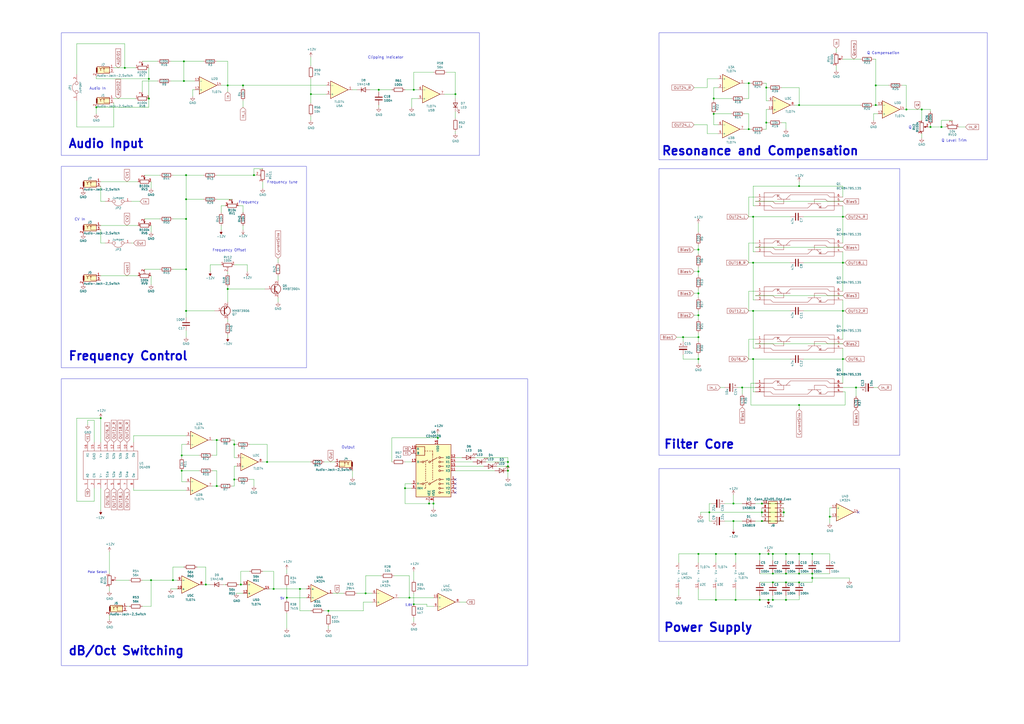
<source format=kicad_sch>
(kicad_sch (version 20231120) (generator "eeschema") (generator_version "8.0")
  (paper "A2")
  (title_block (title "Transistor Ladder VCF") (date "2021-02-06") (rev "Version 1.2.1") (company "Lorenz Neumann ") (comment 1 "CC BY-NC-SA 4.0 "))
  (junction (at 254 254))
  (junction (at 415.29 347.98))
  (junction (at 105.41 264.16))
  (junction (at 212.09 344.17))
  (junction (at 508 60.96))
  (junction (at 448.31 321.31))
  (junction (at 434.34 48.26))
  (junction (at 411.48 297.18))
  (junction (at 441.96 302.26))
  (junction (at 430.53 224.79))
  (junction (at 471.17 321.31))
  (junction (at 107.95 180.34))
  (junction (at 396.24 195.58))
  (junction (at 173.99 341.63))
  (junction (at 237.49 346.71))
  (junction (at 107.95 101.6))
  (junction (at 534.67 63.5))
  (junction (at 240.03 52.07))
  (junction (at 405.13 170.18))
  (junction (at 481.33 299.72))
  (junction (at 251.46 292.1))
  (junction (at 107.95 156.21))
  (junction (at 463.55 60.96))
  (junction (at 546.1 73.66))
  (junction (at 106.68 35.56))
  (junction (at 264.16 54.61))
  (junction (at 448.31 347.98))
  (junction (at 86.36 57.15))
  (junction (at 139.7 339.09))
  (junction (at 455.93 337.82))
  (junction (at 525.78 63.5))
  (junction (at 72.39 39.37))
  (junction (at 135.89 257.81))
  (junction (at 440.69 347.98))
  (junction (at 488.95 180.34))
  (junction (at 448.31 332.74))
  (junction (at 105.41 273.05))
  (junction (at 234.95 283.21))
  (junction (at 100.33 336.55))
  (junction (at 107.95 127))
  (junction (at 405.13 182.88))
  (junction (at 240.03 350.52))
  (junction (at 180.34 54.61))
  (junction (at 426.72 347.98))
  (junction (at 471.17 332.74))
  (junction (at 415.29 321.31))
  (junction (at 441.96 292.1))
  (junction (at 154.94 267.97))
  (junction (at 106.68 46.99))
  (junction (at 463.55 321.31))
  (junction (at 488.95 125.73))
  (junction (at 445.77 321.31))
  (junction (at 444.5 50.8))
  (junction (at 58.42 242.57))
  (junction (at 425.45 302.26))
  (junction (at 455.93 321.31))
  (junction (at 414.02 57.15))
  (junction (at 140.97 49.53))
  (junction (at 132.08 49.53))
  (junction (at 414.02 66.04))
  (junction (at 158.75 341.63))
  (junction (at 86.36 45.72))
  (junction (at 445.77 347.98))
  (junction (at 444.5 71.12))
  (junction (at 508 49.53))
  (junction (at 436.88 180.34))
  (junction (at 294.64 267.97))
  (junction (at 294.64 270.51))
  (junction (at 434.34 74.93))
  (junction (at 248.92 292.1))
  (junction (at 294.64 273.05))
  (junction (at 426.72 321.31))
  (junction (at 455.93 347.98))
  (junction (at 219.71 52.07))
  (junction (at 132.08 167.64))
  (junction (at 405.13 208.28))
  (junction (at 125.73 281.94))
  (junction (at 448.31 337.82))
  (junction (at 463.55 107.95))
  (junction (at 463.55 337.82))
  (junction (at 55.88 62.23))
  (junction (at 454.66 297.18))
  (junction (at 488.95 152.4))
  (junction (at 455.93 332.74))
  (junction (at 441.96 297.18))
  (junction (at 405.13 195.58))
  (junction (at 496.57 224.79))
  (junction (at 463.55 332.74))
  (junction (at 405.13 321.31))
  (junction (at 107.95 115.57))
  (junction (at 125.73 255.27))
  (junction (at 463.55 234.95))
  (junction (at 405.13 157.48))
  (junction (at 436.88 152.4))
  (junction (at 190.5 354.33))
  (junction (at 539.75 73.66))
  (junction (at 436.88 125.73))
  (junction (at 405.13 144.78))
  (junction (at 436.88 208.28))
  (junction (at 471.17 335.28))
  (junction (at 87.63 336.55))
  (junction (at 425.45 292.1))
  (junction (at 166.37 346.71))
  (junction (at 488.95 208.28))
  (junction (at 135.89 278.13))
  (junction (at 147.32 101.6))
  (junction (at 119.38 339.09))
  (junction (at 440.69 321.31))
  (no_connect (at 264.16 285.75))
  (no_connect (at 264.16 283.21))
  (no_connect (at 264.16 280.67))
  (no_connect (at 497.84 297.18))
  (no_connect (at 264.16 278.13))
  (wire (pts (xy 166.37 330.2) (xy 166.37 332.74)))
  (wire (pts (xy 448.31 347.98) (xy 448.31 345.44)))
  (wire (pts (xy 481.33 321.31) (xy 481.33 325.12)))
  (wire (pts (xy 240.03 52.07) (xy 242.57 52.07)))
  (wire (pts (xy 240.03 358.14) (xy 240.03 360.68)))
  (wire (pts (xy 454.66 299.72) (xy 454.66 297.18)))
  (wire (pts (xy 132.08 185.42) (xy 132.08 186.69)))
  (wire (pts (xy 107.95 101.6) (xy 107.95 115.57)))
  (wire (pts (xy 80.01 130.81) (xy 58.42 130.81)))
  (wire (pts (xy 405.13 154.94) (xy 405.13 157.48)))
  (wire (pts (xy 266.7 349.25) (xy 270.51 349.25)))
  (wire (pts (xy 481.33 303.53) (xy 481.33 299.72)))
  (wire (pts (xy 82.55 351.79) (xy 87.63 351.79)))
  (wire (pts (xy 72.39 25.4) (xy 72.39 39.37)))
  (wire (pts (xy 463.55 337.82) (xy 471.17 337.82)))
  (wire (pts (xy 481.33 294.64) (xy 482.6 294.64)))
  (wire (pts (xy 438.15 171.45) (xy 488.95 171.45)))
  (wire (pts (xy 431.8 74.93) (xy 434.34 74.93)))
  (wire (pts (xy 105.41 273.05) (xy 105.41 279.4)))
  (wire (pts (xy 134.62 115.57) (xy 125.73 115.57)))
  (wire (pts (xy 106.68 35.56) (xy 118.11 35.56)))
  (wire (pts (xy 488.95 208.28) (xy 488.95 222.25)))
  (wire (pts (xy 471.17 335.28) (xy 471.17 337.82)))
  (wire (pts (xy 448.31 321.31) (xy 455.93 321.31)))
  (wire (pts (xy 453.39 50.8) (xy 463.55 50.8)))
  (wire (pts (xy 158.75 331.47) (xy 158.75 341.63)))
  (wire (pts (xy 525.78 63.5) (xy 534.67 63.5)))
  (wire (pts (xy 190.5 354.33) (xy 210.82 354.33)))
  (wire (pts (xy 152.4 109.22) (xy 152.4 105.41)))
  (wire (pts (xy 410.21 45.72) (xy 416.56 45.72)))
  (wire (pts (xy 99.06 341.63) (xy 102.87 341.63)))
  (wire (pts (xy 424.18 66.04) (xy 414.02 66.04)))
  (wire (pts (xy 431.8 66.04) (xy 434.34 66.04)))
  (wire (pts (xy 86.36 62.23) (xy 55.88 62.23)))
  (wire (pts (xy 237.49 334.01) (xy 237.49 346.71)))
  (wire (pts (xy 106.68 46.99) (xy 99.06 46.99)))
  (wire (pts (xy 534.67 69.85) (xy 534.67 63.5)))
  (wire (pts (xy 154.94 267.97) (xy 180.34 267.97)))
  (wire (pts (xy 430.53 224.79) (xy 438.15 224.79)))
  (wire (pts (xy 193.04 344.17) (xy 199.39 344.17)))
  (wire (pts (xy 66.04 57.15) (xy 78.74 57.15)))
  (wire (pts (xy 506.73 60.96) (xy 508 60.96)))
  (wire (pts (xy 125.73 273.05) (xy 125.73 281.94)))
  (wire (pts (xy 180.34 67.31) (xy 180.34 69.85)))
  (wire (pts (xy 455.93 71.12) (xy 453.39 71.12)))
  (wire (pts (xy 147.32 97.79) (xy 152.4 97.79)))
  (wire (pts (xy 125.73 101.6) (xy 147.32 101.6)))
  (wire (pts (xy 132.08 167.64) (xy 153.67 167.64)))
  (wire (pts (xy 434.34 180.34) (xy 436.88 180.34)))
  (wire (pts (xy 125.73 255.27) (xy 127 255.27)))
  (wire (pts (xy 405.13 347.98) (xy 415.29 347.98)))
  (wire (pts (xy 111.76 52.07) (xy 111.76 55.88)))
  (wire (pts (xy 219.71 60.96) (xy 219.71 62.23)))
  (wire (pts (xy 219.71 53.34) (xy 219.71 52.07)))
  (wire (pts (xy 135.89 153.67) (xy 143.51 153.67)))
  (wire (pts (xy 140.97 50.8) (xy 140.97 49.53)))
  (wire (pts (xy 445.77 321.31) (xy 448.31 321.31)))
  (wire (pts (xy 107.95 257.81) (xy 105.41 257.81)))
  (wire (pts (xy 436.88 173.99) (xy 436.88 152.4)))
  (wire (pts (xy 105.41 257.81) (xy 105.41 264.16)))
  (wire (pts (xy 445.77 63.5) (xy 444.5 63.5)))
  (wire (pts (xy 106.68 35.56) (xy 106.68 46.99)))
  (wire (pts (xy 426.72 347.98) (xy 440.69 347.98)))
  (wire (pts (xy 414.02 66.04) (xy 414.02 72.39)))
  (wire (pts (xy 227.33 267.97) (xy 227.33 254)))
  (wire (pts (xy 426.72 321.31) (xy 415.29 321.31)))
  (wire (pts (xy 210.82 349.25) (xy 215.9 349.25)))
  (wire (pts (xy 254 251.46) (xy 254 254)))
  (wire (pts (xy 426.72 326.39) (xy 426.72 321.31)))
  (wire (pts (xy 436.88 146.05) (xy 436.88 125.73)))
  (wire (pts (xy 234.95 292.1) (xy 248.92 292.1)))
  (wire (pts (xy 471.17 332.74) (xy 481.33 332.74)))
  (wire (pts (xy 534.67 80.01) (xy 534.67 77.47)))
  (wire (pts (xy 455.93 74.93) (xy 455.93 71.12)))
  (wire (pts (xy 466.09 180.34) (xy 488.95 180.34)))
  (wire (pts (xy 58.42 140.97) (xy 58.42 133.35)))
  (wire (pts (xy 466.09 125.73) (xy 488.95 125.73)))
  (wire (pts (xy 140.97 133.35) (xy 140.97 130.81)))
  (wire (pts (xy 72.39 39.37) (xy 78.74 39.37)))
  (wire (pts (xy 523.24 49.53) (xy 525.78 49.53)))
  (wire (pts (xy 240.03 331.47) (xy 240.03 336.55)))
  (wire (pts (xy 402.59 182.88) (xy 405.13 182.88)))
  (wire (pts (xy 173.99 341.63) (xy 158.75 341.63)))
  (wire (pts (xy 66.04 59.69) (xy 66.04 73.66)))
  (wire (pts (xy 508 60.96) (xy 509.27 60.96)))
  (wire (pts (xy 463.55 321.31) (xy 471.17 321.31)))
  (wire (pts (xy 58.42 105.41) (xy 80.01 105.41)))
  (wire (pts (xy 444.5 71.12) (xy 445.77 71.12)))
  (wire (pts (xy 55.88 44.45) (xy 55.88 45.72)))
  (wire (pts (xy 161.29 160.02) (xy 161.29 162.56)))
  (wire (pts (xy 204.47 52.07) (xy 207.01 52.07)))
  (wire (pts (xy 132.08 35.56) (xy 132.08 49.53)))
  (wire (pts (xy 405.13 142.24) (xy 405.13 144.78)))
  (wire (pts (xy 444.5 74.93) (xy 443.23 74.93)))
  (wire (pts (xy 135.89 278.13) (xy 137.16 278.13)))
  (wire (pts (xy 238.76 57.15) (xy 242.57 57.15)))
  (wire (pts (xy 539.75 63.5) (xy 539.75 64.77)))
  (wire (pts (xy 405.13 347.98) (xy 405.13 341.63)))
  (wire (pts (xy 212.09 334.01) (xy 212.09 344.17)))
  (wire (pts (xy 509.27 66.04) (xy 506.73 66.04)))
  (wire (pts (xy 414.02 72.39) (xy 416.56 72.39)))
  (wire (pts (xy 488.95 107.95) (xy 488.95 114.3)))
  (wire (pts (xy 455.93 347.98) (xy 455.93 345.44)))
  (wire (pts (xy 488.95 180.34) (xy 488.95 196.85)))
  (wire (pts (xy 392.43 195.58) (xy 396.24 195.58)))
  (wire (pts (xy 161.29 152.4) (xy 161.29 149.86)))
  (wire (pts (xy 275.59 265.43) (xy 294.64 265.43)))
  (wire (pts (xy 118.11 115.57) (xy 107.95 115.57)))
  (wire (pts (xy 240.03 344.17) (xy 240.03 350.52)))
  (wire (pts (xy 440.69 332.74) (xy 448.31 332.74)))
  (wire (pts (xy 402.59 170.18) (xy 405.13 170.18)))
  (wire (pts (xy 227.33 254) (xy 254 254)))
  (wire (pts (xy 481.33 299.72) (xy 482.6 299.72)))
  (wire (pts (xy 488.95 208.28) (xy 490.22 208.28)))
  (wire (pts (xy 92.71 127) (xy 83.82 127)))
  (wire (pts (xy 212.09 344.17) (xy 215.9 344.17)))
  (wire (pts (xy 427.99 224.79) (xy 430.53 224.79)))
  (wire (pts (xy 44.45 25.4) (xy 72.39 25.4)))
  (wire (pts (xy 86.36 57.15) (xy 86.36 62.23)))
  (wire (pts (xy 434.34 125.73) (xy 436.88 125.73)))
  (wire (pts (xy 63.5 356.87) (xy 63.5 359.41)))
  (wire (pts (xy 448.31 337.82) (xy 455.93 337.82)))
  (wire (pts (xy 455.93 337.82) (xy 463.55 337.82)))
  (wire (pts (xy 86.36 39.37) (xy 86.36 45.72)))
  (wire (pts (xy 60.96 116.84) (xy 58.42 116.84)))
  (wire (pts (xy 113.03 46.99) (xy 106.68 46.99)))
  (wire (pts (xy 556.26 73.66) (xy 560.07 73.66)))
  (wire (pts (xy 264.16 265.43) (xy 267.97 265.43)))
  (wire (pts (xy 140.97 49.53) (xy 189.23 49.53)))
  (wire (pts (xy 425.45 287.02) (xy 425.45 292.1)))
  (wire (pts (xy 405.13 208.28) (xy 405.13 210.82)))
  (wire (pts (xy 444.5 58.42) (xy 445.77 58.42)))
  (wire (pts (xy 466.09 152.4) (xy 488.95 152.4)))
  (wire (pts (xy 66.04 73.66) (xy 44.45 73.66)))
  (wire (pts (xy 54.61 283.21) (xy 54.61 290.83)))
  (wire (pts (xy 434.34 114.3) (xy 434.34 125.73)))
  (wire (pts (xy 177.8 341.63) (xy 173.99 341.63)))
  (wire (pts (xy 132.08 166.37) (xy 132.08 167.64)))
  (wire (pts (xy 436.88 173.99) (xy 438.15 173.99)))
  (wire (pts (xy 546.1 69.85) (xy 546.1 73.66)))
  (wire (pts (xy 44.45 43.18) (xy 44.45 25.4)))
  (wire (pts (xy 440.69 337.82) (xy 448.31 337.82)))
  (wire (pts (xy 435.61 234.95) (xy 463.55 234.95)))
  (wire (pts (xy 55.88 45.72) (xy 86.36 45.72)))
  (wire (pts (xy 411.48 302.26) (xy 411.48 297.18)))
  (wire (pts (xy 434.34 140.97) (xy 434.34 152.4)))
  (wire (pts (xy 539.75 73.66) (xy 546.1 73.66)))
  (wire (pts (xy 441.96 299.72) (xy 441.96 297.18)))
  (wire (pts (xy 471.17 335.28) (xy 492.76 335.28)))
  (wire (pts (xy 463.55 50.8) (xy 463.55 60.96)))
  (wire (pts (xy 63.5 340.36) (xy 63.5 342.9)))
  (wire (pts (xy 438.15 196.85) (xy 434.34 196.85)))
  (wire (pts (xy 415.29 347.98) (xy 426.72 347.98)))
  (wire (pts (xy 405.13 157.48) (xy 405.13 160.02)))
  (wire (pts (xy 436.88 180.34) (xy 436.88 201.93)))
  (wire (pts (xy 393.7 341.63) (xy 393.7 345.44)))
  (wire (pts (xy 431.8 48.26) (xy 434.34 48.26)))
  (wire (pts (xy 406.4 297.18) (xy 406.4 298.45)))
  (wire (pts (xy 294.64 267.97) (xy 294.64 270.51)))
  (wire (pts (xy 118.11 101.6) (xy 107.95 101.6)))
  (wire (pts (xy 440.69 347.98) (xy 440.69 345.44)))
  (wire (pts (xy 264.16 76.2) (xy 264.16 77.47)))
  (wire (pts (xy 508 49.53) (xy 515.62 49.53)))
  (wire (pts (xy 440.69 321.31) (xy 426.72 321.31)))
  (wire (pts (xy 411.48 297.18) (xy 411.48 292.1)))
  (wire (pts (xy 508 49.53) (xy 508 60.96)))
  (wire (pts (xy 87.63 130.81) (xy 87.63 134.62)))
  (wire (pts (xy 294.64 273.05) (xy 294.64 276.86)))
  (wire (pts (xy 158.75 341.63) (xy 156.21 341.63)))
  (wire (pts (xy 54.61 290.83) (xy 44.45 290.83)))
  (wire (pts (xy 445.77 50.8) (xy 444.5 50.8)))
  (wire (pts (xy 436.88 201.93) (xy 438.15 201.93)))
  (wire (pts (xy 132.08 195.58) (xy 132.08 194.31)))
  (wire (pts (xy 488.95 125.73) (xy 488.95 140.97)))
  (wire (pts (xy 132.08 49.53) (xy 132.08 53.34)))
  (wire (pts (xy 454.66 297.18) (xy 454.66 294.64)))
  (wire (pts (xy 485.14 40.64) (xy 485.14 38.1)))
  (wire (pts (xy 135.89 270.51) (xy 135.89 278.13)))
  (wire (pts (xy 506.73 66.04) (xy 506.73 69.85)))
  (wire (pts (xy 125.73 35.56) (xy 132.08 35.56)))
  (wire (pts (xy 455.93 347.98) (xy 448.31 347.98)))
  (wire (pts (xy 143.51 153.67) (xy 143.51 157.48)))
  (wire (pts (xy 402.59 50.8) (xy 410.21 50.8)))
  (wire (pts (xy 415.29 341.63) (xy 415.29 347.98)))
  (wire (pts (xy 139.7 331.47) (xy 139.7 339.09)))
  (wire (pts (xy 166.37 355.6) (xy 166.37 364.49)))
  (wire (pts (xy 488.95 146.05) (xy 488.95 152.4)))
  (wire (pts (xy 240.03 41.91) (xy 240.03 52.07)))
  (wire (pts (xy 128.27 49.53) (xy 132.08 49.53)))
  (wire (pts (xy 44.45 242.57) (xy 58.42 242.57)))
  (wire (pts (xy 463.55 105.41) (xy 463.55 107.95)))
  (wire (pts (xy 448.31 332.74) (xy 455.93 332.74)))
  (wire (pts (xy 121.92 153.67) (xy 128.27 153.67)))
  (wire (pts (xy 455.93 332.74) (xy 463.55 332.74)))
  (wire (pts (xy 485.14 30.48) (xy 485.14 27.94)))
  (wire (pts (xy 238.76 62.23) (xy 238.76 57.15)))
  (wire (pts (xy 234.95 283.21) (xy 234.95 292.1)))
  (wire (pts (xy 247.65 350.52) (xy 240.03 350.52)))
  (wire (pts (xy 488.95 152.4) (xy 488.95 168.91)))
  (wire (pts (xy 132.08 157.48) (xy 132.08 158.75)))
  (wire (pts (xy 546.1 73.66) (xy 548.64 73.66)))
  (wire (pts (xy 214.63 52.07) (xy 219.71 52.07)))
  (wire (pts (xy 455.93 321.31) (xy 463.55 321.31)))
  (wire (pts (xy 129.54 339.09) (xy 130.81 339.09)))
  (wire (pts (xy 119.38 339.09) (xy 121.92 339.09)))
  (wire (pts (xy 463.55 234.95) (xy 490.22 234.95)))
  (wire (pts (xy 74.93 336.55) (xy 67.31 336.55)))
  (wire (pts (xy 492.76 335.28) (xy 492.76 336.55)))
  (wire (pts (xy 488.95 34.29) (xy 499.11 34.29)))
  (wire (pts (xy 396.24 198.12) (xy 396.24 195.58)))
  (wire (pts (xy 488.95 119.38) (xy 488.95 125.73)))
  (wire (pts (xy 189.23 54.61) (xy 180.34 54.61)))
  (wire (pts (xy 63.5 320.04) (xy 63.5 332.74)))
  (wire (pts (xy 438.15 227.33) (xy 436.88 227.33)))
  (wire (pts (xy 445.77 347.98) (xy 448.31 347.98)))
  (wire (pts (xy 434.34 152.4) (xy 436.88 152.4)))
  (wire (pts (xy 406.4 297.18) (xy 411.48 297.18)))
  (wire (pts (xy 463.55 237.49) (xy 463.55 234.95)))
  (wire (pts (xy 434.34 168.91) (xy 434.34 180.34)))
  (wire (pts (xy 420.37 224.79) (xy 417.83 224.79)))
  (wire (pts (xy 264.16 267.97) (xy 274.32 267.97)))
  (wire (pts (xy 425.45 302.26) (xy 420.37 302.26)))
  (wire (pts (xy 135.89 255.27) (xy 134.62 255.27)))
  (wire (pts (xy 438.15 140.97) (xy 434.34 140.97)))
  (wire (pts (xy 410.21 77.47) (xy 416.56 77.47)))
  (wire (pts (xy 288.29 270.51) (xy 294.64 270.51)))
  (wire (pts (xy 77.47 284.48) (xy 77.47 283.21)))
  (wire (pts (xy 99.06 35.56) (xy 106.68 35.56)))
  (wire (pts (xy 405.13 193.04) (xy 405.13 195.58)))
  (wire (pts (xy 490.22 227.33) (xy 488.95 227.33)))
  (wire (pts (xy 436.88 208.28) (xy 458.47 208.28)))
  (wire (pts (xy 488.95 224.79) (xy 496.57 224.79)))
  (wire (pts (xy 490.22 234.95) (xy 490.22 227.33)))
  (wire (pts (xy 137.16 270.51) (xy 135.89 270.51)))
  (wire (pts (xy 538.48 73.66) (xy 539.75 73.66)))
  (wire (pts (xy 77.47 140.97) (xy 76.2 140.97)))
  (wire (pts (xy 119.38 339.09) (xy 118.11 339.09)))
  (wire (pts (xy 461.01 60.96) (xy 463.55 60.96)))
  (wire (pts (xy 106.68 328.93) (xy 100.33 328.93)))
  (wire (pts (xy 424.18 57.15) (xy 414.02 57.15)))
  (wire (pts (xy 393.7 321.31) (xy 405.13 321.31)))
  (wire (pts (xy 436.88 180.34) (xy 458.47 180.34)))
  (wire (pts (xy 107.95 156.21) (xy 107.95 180.34)))
  (wire (pts (xy 138.43 339.09) (xy 139.7 339.09)))
  (wire (pts (xy 463.55 345.44) (xy 463.55 347.98)))
  (wire (pts (xy 125.73 281.94) (xy 127 281.94)))
  (wire (pts (xy 441.96 292.1) (xy 454.66 292.1)))
  (wire (pts (xy 414.02 50.8) (xy 414.02 57.15)))
  (wire (pts (xy 234.95 267.97) (xy 238.76 267.97)))
  (wire (pts (xy 105.41 264.16) (xy 105.41 265.43)))
  (wire (pts (xy 410.21 50.8) (xy 410.21 45.72)))
  (wire (pts (xy 425.45 292.1) (xy 420.37 292.1)))
  (wire (pts (xy 463.55 332.74) (xy 471.17 332.74)))
  (wire (pts (xy 441.96 302.26) (xy 454.66 302.26)))
  (wire (pts (xy 251.46 41.91) (xy 240.03 41.91)))
  (wire (pts (xy 135.89 265.43) (xy 137.16 265.43)))
  (wire (pts (xy 463.55 107.95) (xy 488.95 107.95)))
  (wire (pts (xy 219.71 52.07) (xy 227.33 52.07)))
  (wire (pts (xy 121.92 153.67) (xy 121.92 157.48)))
  (wire (pts (xy 434.34 74.93) (xy 435.61 74.93)))
  (wire (pts (xy 438.15 222.25) (xy 435.61 222.25)))
  (wire (pts (xy 552.45 69.85) (xy 546.1 69.85)))
  (wire (pts (xy 54.61 243.84) (xy 54.61 256.54)))
  (wire (pts (xy 180.34 45.72) (xy 180.34 54.61)))
  (wire (pts (xy 264.16 270.51) (xy 280.67 270.51)))
  (wire (pts (xy 66.04 39.37) (xy 72.39 39.37)))
  (wire (pts (xy 488.95 180.34) (xy 490.22 180.34)))
  (wire (pts (xy 204.47 273.05) (xy 204.47 276.86)))
  (wire (pts (xy 405.13 167.64) (xy 405.13 170.18)))
  (wire (pts (xy 107.95 101.6) (xy 100.33 101.6)))
  (wire (pts (xy 294.64 265.43) (xy 294.64 267.97)))
  (wire (pts (xy 100.33 336.55) (xy 102.87 336.55)))
  (wire (pts (xy 438.15 302.26) (xy 441.96 302.26)))
  (wire (pts (xy 210.82 354.33) (xy 210.82 349.25)))
  (wire (pts (xy 257.81 54.61) (xy 264.16 54.61)))
  (wire (pts (xy 294.64 270.51) (xy 294.64 273.05)))
  (wire (pts (xy 135.89 278.13) (xy 135.89 281.94)))
  (wire (pts (xy 524.51 63.5) (xy 525.78 63.5)))
  (wire (pts (xy 430.53 292.1) (xy 425.45 292.1)))
  (wire (pts (xy 426.72 341.63) (xy 426.72 347.98)))
  (wire (pts (xy 405.13 321.31) (xy 405.13 326.39)))
  (wire (pts (xy 107.95 115.57) (xy 107.95 127)))
  (wire (pts (xy 471.17 335.28) (xy 471.17 332.74)))
  (wire (pts (xy 411.48 297.18) (xy 441.96 297.18)))
  (wire (pts (xy 58.42 295.91) (xy 58.42 283.21)))
  (wire (pts (xy 455.93 325.12) (xy 455.93 321.31)))
  (wire (pts (xy 107.95 191.77) (xy 107.95 195.58)))
  (wire (pts (xy 87.63 105.41) (xy 87.63 109.22)))
  (wire (pts (xy 107.95 180.34) (xy 124.46 180.34)))
  (wire (pts (xy 415.29 321.31) (xy 405.13 321.31)))
  (wire (pts (xy 123.19 281.94) (xy 125.73 281.94)))
  (wire (pts (xy 441.96 297.18) (xy 454.66 297.18)))
  (wire (pts (xy 264.16 64.77) (xy 264.16 68.58)))
  (wire (pts (xy 247.65 351.79) (xy 247.65 350.52)))
  (wire (pts (xy 402.59 72.39) (xy 410.21 72.39)))
  (wire (pts (xy 135.89 281.94) (xy 134.62 281.94)))
  (wire (pts (xy 138.43 119.38) (xy 140.97 119.38)))
  (wire (pts (xy 190.5 354.33) (xy 190.5 355.6)))
  (wire (pts (xy 496.57 224.79) (xy 499.11 224.79)))
  (wire (pts (xy 436.88 146.05) (xy 438.15 146.05)))
  (wire (pts (xy 402.59 157.48) (xy 405.13 157.48)))
  (wire (pts (xy 431.8 57.15) (xy 434.34 57.15)))
  (wire (pts (xy 107.95 127) (xy 107.95 156.21)))
  (wire (pts (xy 405.13 205.74) (xy 405.13 208.28)))
  (wire (pts (xy 44.45 290.83) (xy 44.45 242.57)))
  (wire (pts (xy 144.78 257.81) (xy 154.94 257.81)))
  (wire (pts (xy 264.16 54.61) (xy 264.16 57.15)))
  (wire (pts (xy 506.73 224.79) (xy 509.27 224.79)))
  (wire (pts (xy 466.09 208.28) (xy 488.95 208.28)))
  (wire (pts (xy 488.95 152.4) (xy 490.22 152.4)))
  (wire (pts (xy 125.73 264.16) (xy 125.73 255.27)))
  (wire (pts (xy 436.88 119.38) (xy 436.88 107.95)))
  (wire (pts (xy 135.89 255.27) (xy 135.89 257.81)))
  (wire (pts (xy 438.15 114.3) (xy 434.34 114.3)))
  (wire (pts (xy 405.13 195.58) (xy 405.13 198.12)))
  (wire (pts (xy 448.31 325.12) (xy 448.31 321.31)))
  (wire (pts (xy 440.69 321.31) (xy 445.77 321.31)))
  (wire (pts (xy 393.7 321.31) (xy 393.7 326.39)))
  (wire (pts (xy 434.34 208.28) (xy 436.88 208.28)))
  (wire (pts (xy 128.27 133.35) (xy 128.27 130.81)))
  (wire (pts (xy 123.19 264.16) (xy 125.73 264.16)))
  (wire (pts (xy 430.53 302.26) (xy 425.45 302.26)))
  (wire (pts (xy 92.71 101.6) (xy 83.82 101.6)))
  (wire (pts (xy 436.88 107.95) (xy 463.55 107.95)))
  (wire (pts (xy 50.8 243.84) (xy 54.61 243.84)))
  (wire (pts (xy 534.67 63.5) (xy 539.75 63.5)))
  (wire (pts (xy 73.66 351.79) (xy 74.93 351.79)))
  (wire (pts (xy 123.19 255.27) (xy 125.73 255.27)))
  (wire (pts (xy 237.49 346.71) (xy 251.46 346.71)))
  (wire (pts (xy 154.94 257.81) (xy 154.94 267.97)))
  (wire (pts (xy 80.01 160.02) (xy 58.42 160.02)))
  (wire (pts (xy 137.16 344.17) (xy 140.97 344.17)))
  (wire (pts (xy 248.92 292.1) (xy 251.46 292.1)))
  (wire (pts (xy 438.15 143.51) (xy 488.95 143.51)))
  (wire (pts (xy 119.38 328.93) (xy 119.38 339.09)))
  (wire (pts (xy 123.19 273.05) (xy 125.73 273.05)))
  (wire (pts (xy 77.47 284.48) (xy 107.95 284.48)))
  (wire (pts (xy 430.53 228.6) (xy 430.53 224.79)))
  (wire (pts (xy 147.32 101.6) (xy 148.59 101.6)))
  (wire (pts (xy 416.56 50.8) (xy 414.02 50.8)))
  (wire (pts (xy 166.37 346.71) (xy 166.37 347.98)))
  (wire (pts (xy 140.97 58.42) (xy 140.97 62.23)))
  (wire (pts (xy 55.88 62.23) (xy 55.88 66.04)))
  (wire (pts (xy 190.5 363.22) (xy 190.5 364.49)))
  (wire (pts (xy 100.33 156.21) (xy 107.95 156.21)))
  (wire (pts (xy 496.57 224.79) (xy 496.57 229.87)))
  (wire (pts (xy 410.21 72.39) (xy 410.21 77.47)))
  (wire (pts (xy 436.88 152.4) (xy 458.47 152.4)))
  (wire (pts (xy 488.95 125.73) (xy 490.22 125.73)))
  (wire (pts (xy 405.13 144.78) (xy 405.13 147.32)))
  (wire (pts (xy 152.4 267.97) (xy 154.94 267.97)))
  (wire (pts (xy 105.41 279.4) (xy 107.95 279.4)))
  (wire (pts (xy 107.95 184.15) (xy 107.95 180.34)))
  (wire (pts (xy 414.02 57.15) (xy 414.02 58.42)))
  (wire (pts (xy 187.96 267.97) (xy 194.31 267.97)))
  (wire (pts (xy 82.55 336.55) (xy 87.63 336.55)))
  (wire (pts (xy 77.47 252.73) (xy 77.47 256.54)))
  (wire (pts (xy 91.44 35.56) (xy 82.55 35.56)))
  (wire (pts (xy 444.5 48.26) (xy 444.5 50.8)))
  (wire (pts (xy 86.36 45.72) (xy 86.36 57.15)))
  (wire (pts (xy 488.95 173.99) (xy 488.95 180.34)))
  (wire (pts (xy 444.5 48.26) (xy 443.23 48.26)))
  (wire (pts (xy 237.49 346.71) (xy 231.14 346.71)))
  (wire (pts (xy 481.33 299.72) (xy 481.33 294.64)))
  (wire (pts (xy 435.61 222.25) (xy 435.61 234.95)))
  (wire (pts (xy 251.46 292.1) (xy 251.46 290.83)))
  (wire (pts (xy 405.13 180.34) (xy 405.13 182.88)))
  (wire (pts (xy 259.08 41.91) (xy 264.16 41.91)))
  (wire (pts (xy 228.6 334.01) (xy 237.49 334.01)))
  (wire (pts (xy 92.71 156.21) (xy 83.82 156.21)))
  (wire (pts (xy 396.24 208.28) (xy 405.13 208.28)))
  (wire (pts (xy 405.13 182.88) (xy 405.13 185.42)))
  (wire (pts (xy 166.37 346.71) (xy 177.8 346.71)))
  (wire (pts (xy 144.78 331.47) (xy 139.7 331.47)))
  (wire (pts (xy 132.08 49.53) (xy 140.97 49.53)))
  (wire (pts (xy 238.76 283.21) (xy 234.95 283.21)))
  (wire (pts (xy 130.81 119.38) (xy 128.27 119.38)))
  (wire (pts (xy 425.45 307.34) (xy 425.45 302.26)))
  (wire (pts (xy 463.55 325.12) (xy 463.55 321.31)))
  (wire (pts (xy 77.47 252.73) (xy 107.95 252.73)))
  (wire (pts (xy 44.45 73.66) (xy 44.45 58.42)))
  (wire (pts (xy 440.69 347.98) (xy 445.77 347.98)))
  (wire (pts (xy 438.15 199.39) (xy 488.95 199.39)))
  (wire (pts (xy 147.32 97.79) (xy 147.32 101.6)))
  (wire (pts (xy 434.34 196.85) (xy 434.34 208.28)))
  (wire (pts (xy 100.33 328.93) (xy 100.33 336.55)))
  (wire (pts (xy 113.03 52.07) (xy 111.76 52.07)))
  (wire (pts (xy 82.55 46.99) (xy 82.55 53.34)))
  (wire (pts (xy 137.16 257.81) (xy 135.89 257.81)))
  (wire (pts (xy 488.95 201.93) (xy 488.95 208.28)))
  (wire (pts (xy 525.78 49.53) (xy 525.78 63.5)))
  (wire (pts (xy 87.63 160.02) (xy 87.63 165.1)))
  (wire (pts (xy 463.55 60.96) (xy 499.11 60.96)))
  (wire (pts (xy 81.28 116.84) (xy 76.2 116.84)))
  (wire (pts (xy 207.01 344.17) (xy 212.09 344.17)))
  (wire (pts (xy 438.15 292.1) (xy 441.96 292.1)))
  (wire (pts (xy 58.42 107.95) (xy 58.42 116.84)))
  (wire (pts (xy 436.88 125.73) (xy 458.47 125.73)))
  (wire (pts (xy 415.29 326.39) (xy 415.29 321.31)))
  (wire (pts (xy 438.15 168.91) (xy 434.34 168.91)))
  (wire (pts (xy 444.5 63.5) (xy 444.5 71.12)))
  (wire (pts (xy 264.16 41.91) (xy 264.16 54.61)))
  (wire (pts (xy 402.59 144.78) (xy 405.13 144.78)))
  (wire (pts (xy 147.32 281.94) (xy 147.32 278.13)))
  (wire (pts (xy 234.95 280.67) (xy 234.95 283.21)))
  (wire (pts (xy 180.34 54.61) (xy 180.34 59.69)))
  (wire (pts (xy 471.17 325.12) (xy 471.17 321.31)))
  (wire (pts (xy 506.73 34.29) (xy 508 34.29)))
  (wire (pts (xy 114.3 328.93) (xy 119.38 328.93)))
  (wire (pts (xy 173.99 354.33) (xy 180.34 354.33)))
  (wire (pts (xy 238.76 280.67) (xy 234.95 280.67)))
  (wire (pts (xy 50.8 246.38) (xy 50.8 243.84)))
  (wire (pts (xy 411.48 292.1) (xy 412.75 292.1)))
  (wire (pts (xy 471.17 321.31) (xy 481.33 321.31)))
  (wire (pts (xy 396.24 195.58) (xy 405.13 195.58)))
  (wire (pts (xy 434.34 57.15) (xy 434.34 48.26)))
  (wire (pts (xy 128.27 119.38) (xy 128.27 123.19)))
  (wire (pts (xy 434.34 66.04) (xy 434.34 74.93)))
  (wire (pts (xy 234.95 52.07) (xy 240.03 52.07)))
  (wire (pts (xy 173.99 354.33) (xy 173.99 341.63)))
  (wire (pts (xy 508 34.29) (xy 508 49.53)))
  (wire (pts (xy 115.57 264.16) (xy 105.41 264.16)))
  (wire (pts (xy 161.29 175.26) (xy 161.29 172.72)))
  (wire (pts (xy 463.55 347.98) (xy 455.93 347.98)))
  (wire (pts (xy 139.7 339.09) (xy 140.97 339.09)))
  (wire (pts (xy 438.15 116.84) (xy 488.95 116.84)))
  (wire (pts (xy 91.44 46.99) (xy 82.55 46.99)))
  (wire (pts (xy 60.96 140.97) (xy 58.42 140.97)))
  (wire (pts (xy 539.75 72.39) (xy 539.75 73.66)))
  (wire (pts (xy 444.5 71.12) (xy 444.5 74.93)))
  (wire (pts (xy 411.48 302.26) (xy 412.75 302.26)))
  (wire (pts (xy 187.96 354.33) (xy 190.5 354.33)))
  (wire (pts (xy 281.94 267.97) (xy 294.64 267.97)))
  (wire (pts (xy 180.34 33.02) (xy 180.34 38.1)))
  (wire (pts (xy 132.08 167.64) (xy 132.08 175.26)))
  (wire (pts (xy 147.32 278.13) (xy 144.78 278.13)))
  (wire (pts (xy 166.37 340.36) (xy 166.37 346.71)))
  (wire (pts (xy 115.57 273.05) (xy 105.41 273.05)))
  (wire (pts (xy 264.16 273.05) (xy 287.02 273.05)))
  (wire (pts (xy 436.88 227.33) (xy 436.88 208.28)))
  (wire (pts (xy 254 254) (xy 254 255.27)))
  (wire (pts (xy 396.24 205.74) (xy 396.24 208.28)))
  (wire (pts (xy 58.42 256.54) (xy 58.42 242.57)))
  (wire (pts (xy 248.92 292.1) (xy 248.92 290.83)))
  (wire (pts (xy 140.97 119.38) (xy 140.97 123.19)))
  (wire (pts (xy 152.4 331.47) (xy 158.75 331.47)))
  (wire (pts (xy 405.13 170.18) (xy 405.13 172.72)))
  (wire (pts (xy 405.13 129.54) (xy 405.13 134.62)))
  (wire (pts (xy 220.98 334.01) (xy 212.09 334.01)))
  (wire (pts (xy 251.46 294.64) (xy 251.46 292.1)))
  (wire (pts (xy 87.63 336.55) (xy 100.33 336.55)))
  (wire (pts (xy 438.15 119.38) (xy 436.88 119.38)))
  (wire (pts (xy 440.69 325.12) (xy 440.69 321.31)))
  (wire (pts (xy 434.34 48.26) (xy 435.61 48.26)))
  (wire (pts (xy 251.46 351.79) (xy 247.65 351.79)))
  (wire (pts (xy 107.95 127) (xy 100.33 127)))
  (wire (pts (xy 87.63 351.79) (xy 87.63 336.55)))
  (wire (pts (xy 444.5 50.8) (xy 444.5 58.42)))
  (wire (pts (xy 441.96 297.18) (xy 441.96 294.64)))
  (wire (pts (xy 135.89 257.81) (xy 135.89 265.43)))
  (rectangle (start 382.27 271.78) (end 521.97 372.11))
  (rectangle (start 382.27 97.79) (end 521.97 264.16))
  (rectangle (start 35.56 219.71) (end 306.07 386.08))
  (rectangle (start 382.27 19.05) (end 572.77 92.71))
  (rectangle (start 35.56 19.05) (end 278.13 90.17))
  (rectangle (start 35.56 96.52) (end 177.8 213.36))
  (text "Audio Input" (at 39.37 86.36 0) (effects (font (size 5 5) (thickness 1) (bold yes)) (justify left bottom)))
  (text "CV In" (at 43.18 128.27 0) (effects (font (size 1.524 1.524)) (justify left bottom)))
  (text "Frequency\n\n\n" (at 138.43 123.19 0) (effects (font (size 1.524 1.524)) (justify left bottom)))
  (text "Power Supply\n\n\n\n" (at 384.81 391.16 0) (effects (font (size 5 5) (bold yes)) (justify left bottom)))
  (text "Frequency Control\n" (at 39.37 209.55 0) (effects (font (size 5 5) (bold yes)) (justify left bottom)))
  (text "5V\n" (at 162.56 347.98 0) (effects (font (size 1.27 1.27)) (justify left bottom)))
  (text "Frequency tune\n" (at 154.94 106.68 0) (effects (font (size 1.524 1.524)) (justify left bottom)))
  (text "Clipping Indicator\n" (at 213.36 34.29 0) (effects (font (size 1.524 1.524)) (justify left bottom)))
  (text "Q Level Trim\n" (at 546.1 82.55 0) (effects (font (size 1.524 1.524)) (justify left bottom)))
  (text "Q Compensation\n" (at 502.92 31.75 0) (effects (font (size 1.524 1.524)) (justify left bottom)))
  (text "Pole Select" (at 50.8 332.74 0) (effects (font (size 1.27 1.27)) (justify left bottom)))
  (text "1,6V" (at 234.95 351.79 0) (effects (font (size 1.27 1.27)) (justify left bottom)))
  (text "Frequency Offset\n\n" (at 123.19 148.59 0) (effects (font (size 1.524 1.524)) (justify left bottom)))
  (text "Output\n\n" (at 198.12 262.89 0) (effects (font (size 1.524 1.524)) (justify left bottom)))
  (text "Audio In" (at 51.816 52.324 0) (effects (font (size 1.524 1.524)) (justify left bottom)))
  (text "Resonance and Compensation\n\n\n" (at 383.54 106.68 0) (effects (font (size 5 5) (bold yes)) (justify left bottom)))
  (text "dB/Oct Switching\n\n" (at 39.37 388.62 0) (effects (font (size 5 5) (bold yes)) (justify left bottom)))
  (text "Q\n" (at 527.05 74.93 0) (effects (font (size 1.524 1.524)) (justify left bottom)))
  (text "Filter Core\n\n\n" (at 384.81 276.86 0) (effects (font (size 5 5) (bold yes)) (justify left bottom)))
  (global_label "OUT6_L" (shape input) (at 62.23 283.21 270) (effects (font (size 1.524 1.524))) (property "Intersheetrefs" "${INTERSHEET_REFS}" (effects (hide yes))))
  (global_label "voct" (shape input) (at 73.66 160.02 90) (effects (font (size 1.524 1.524))) (property "Intersheetrefs" "${INTERSHEET_REFS}" (effects (hide yes))))
  (global_label "Bias1" (shape input) (at 430.53 236.22 270) (effects (font (size 1.524 1.524))) (property "Intersheetrefs" "${INTERSHEET_REFS}" (effects (hide yes))))
  (global_label "Y1" (shape input) (at 195.58 344.17 90) (property "Intersheetrefs" "${INTERSHEET_REFS}" (effects (hide yes))))
  (global_label "Out" (shape input) (at 191.77 267.97 90) (effects (font (size 1.524 1.524))) (property "Intersheetrefs" "${INTERSHEET_REFS}" (effects (hide yes))))
  (global_label "Bias2" (shape input) (at 402.59 182.88 180) (effects (font (size 1.524 1.524))) (property "Intersheetrefs" "${INTERSHEET_REFS}" (effects (hide yes))))
  (global_label "OUT12_L" (shape input) (at 434.34 180.34 180) (effects (font (size 1.524 1.524))) (property "Intersheetrefs" "${INTERSHEET_REFS}" (effects (hide yes))))
  (global_label "Bias2" (shape input) (at 488.95 199.39 0) (effects (font (size 1.524 1.524))) (property "Intersheetrefs" "${INTERSHEET_REFS}" (effects (hide yes))))
  (global_label "OUT12_R" (shape input) (at 490.22 180.34 0) (effects (font (size 1.524 1.524))) (property "Intersheetrefs" "${INTERSHEET_REFS}" (effects (hide yes))))
  (global_label "CV2" (shape input) (at 73.66 130.81 90) (effects (font (size 1.524 1.524))) (property "Intersheetrefs" "${INTERSHEET_REFS}" (effects (hide yes))))
  (global_label "In_L" (shape input) (at 140.97 62.23 270) (effects (font (size 1.524 1.524))) (property "Intersheetrefs" "${INTERSHEET_REFS}" (effects (hide yes))))
  (global_label "Y0" (shape input) (at 50.8 283.21 270) (property "Intersheetrefs" "${INTERSHEET_REFS}" (effects (hide yes))))
  (global_label "Y0" (shape input) (at 238.76 260.35 180) (property "Intersheetrefs" "${INTERSHEET_REFS}" (effects (hide yes))))
  (global_label "In" (shape input) (at 132.08 53.34 270) (effects (font (size 1.524 1.524))) (property "Intersheetrefs" "${INTERSHEET_REFS}" (effects (hide yes))))
  (global_label "OUT6_R" (shape input) (at 434.34 208.28 180) (effects (font (size 1.524 1.524))) (property "Intersheetrefs" "${INTERSHEET_REFS}" (effects (hide yes))))
  (global_label "Bias1" (shape input) (at 392.43 195.58 180) (effects (font (size 1.524 1.524))) (property "Intersheetrefs" "${INTERSHEET_REFS}" (effects (hide yes))))
  (global_label "AUDIO1" (shape input) (at 68.58 39.37 90) (effects (font (size 1.524 1.524))) (property "Intersheetrefs" "${INTERSHEET_REFS}" (effects (hide yes))))
  (global_label "Y0" (shape input) (at 270.51 349.25 0) (property "Intersheetrefs" "${INTERSHEET_REFS}" (effects (hide yes))))
  (global_label "Bias4" (shape input) (at 488.95 143.51 0) (effects (font (size 1.524 1.524))) (property "Intersheetrefs" "${INTERSHEET_REFS}" (effects (hide yes))))
  (global_label "Qcomp" (shape input) (at 495.3 34.29 90) (effects (font (size 1.524 1.524))) (property "Intersheetrefs" "${INTERSHEET_REFS}" (effects (hide yes))))
  (global_label "OUT24_L" (shape input) (at 434.34 125.73 180) (effects (font (size 1.524 1.524))) (property "Intersheetrefs" "${INTERSHEET_REFS}" (effects (hide yes))))
  (global_label "OUT6_L" (shape input) (at 490.22 208.28 0) (effects (font (size 1.524 1.524))) (property "Intersheetrefs" "${INTERSHEET_REFS}" (effects (hide yes))))
  (global_label "OUT6_R" (shape input) (at 62.23 256.54 90) (effects (font (size 1.524 1.524))) (property "Intersheetrefs" "${INTERSHEET_REFS}" (effects (hide yes))))
  (global_label "Bias4" (shape input) (at 402.59 157.48 180) (effects (font (size 1.524 1.524))) (property "Intersheetrefs" "${INTERSHEET_REFS}" (effects (hide yes))))
  (global_label "OUT24_R" (shape input) (at 73.66 256.54 90) (effects (font (size 1.524 1.524))) (property "Intersheetrefs" "${INTERSHEET_REFS}" (effects (hide yes))))
  (global_label "Bias5" (shape input) (at 402.59 144.78 180) (effects (font (size 1.524 1.524))) (property "Intersheetrefs" "${INTERSHEET_REFS}" (effects (hide yes))))
  (global_label "OUT24_R" (shape input) (at 402.59 50.8 180) (effects (font (size 1.524 1.524))) (property "Intersheetrefs" "${INTERSHEET_REFS}" (effects (hide yes))))
  (global_label "CurrentSink" (shape input) (at 161.29 149.86 90) (effects (font (size 1.524 1.524))) (property "Intersheetrefs" "${INTERSHEET_REFS}" (effects (hide yes))))
  (global_label "OUT24_R" (shape input) (at 490.22 125.73 0) (effects (font (size 1.524 1.524))) (property "Intersheetrefs" "${INTERSHEET_REFS}" (effects (hide yes))))
  (global_label "In" (shape input) (at 81.28 116.84 0) (effects (font (size 1.524 1.524))) (property "Intersheetrefs" "${INTERSHEET_REFS}" (effects (hide yes))))
  (global_label "Bias5" (shape input) (at 488.95 116.84 0) (effects (font (size 1.524 1.524))) (property "Intersheetrefs" "${INTERSHEET_REFS}" (effects (hide yes))))
  (global_label "OUT24_L" (shape input) (at 402.59 72.39 180) (effects (font (size 1.524 1.524))) (property "Intersheetrefs" "${INTERSHEET_REFS}" (effects (hide yes))))
  (global_label "OUT18_R" (shape input) (at 434.34 152.4 180) (effects (font (size 1.524 1.524))) (property "Intersheetrefs" "${INTERSHEET_REFS}" (effects (hide yes))))
  (global_label "OUT18_L" (shape input) (at 69.85 283.21 270) (effects (font (size 1.524 1.524))) (property "Intersheetrefs" "${INTERSHEET_REFS}" (effects (hide yes))))
  (global_label "In" (shape input) (at 485.14 27.94 90) (effects (font (size 1.524 1.524))) (property "Intersheetrefs" "${INTERSHEET_REFS}" (effects (hide yes))))
  (global_label "Q" (shape input) (at 532.13 63.5 90) (effects (font (size 1.524 1.524))) (property "Intersheetrefs" "${INTERSHEET_REFS}" (effects (hide yes))))
  (global_label "OUT24_L" (shape input) (at 73.66 283.21 270) (effects (font (size 1.524 1.524))) (property "Intersheetrefs" "${INTERSHEET_REFS}" (effects (hide yes))))
  (global_label "OUT12_L" (shape input) (at 66.04 283.21 270) (effects (font (size 1.524 1.524))) (property "Intersheetrefs" "${INTERSHEET_REFS}" (effects (hide yes))))
  (global_label "Bias1" (shape input) (at 496.57 237.49 270) (effects (font (size 1.524 1.524))) (property "Intersheetrefs" "${INTERSHEET_REFS}" (effects (hide yes))))
  (global_label "OUT18_R" (shape input) (at 69.85 256.54 90) (effects (font (size 1.524 1.524))) (property "Intersheetrefs" "${INTERSHEET_REFS}" (effects (hide yes))))
  (global_label "In_R" (shape input) (at 509.27 224.79 0) (effects (font (size 1.524 1.524))) (property "Intersheetrefs" "${INTERSHEET_REFS}" (effects (hide yes))))
  (global_label "In_R" (shape input) (at 560.07 73.66 0) (effects (font (size 1.524 1.524))) (property "Intersheetrefs" "${INTERSHEET_REFS}" (effects (hide yes))))
  (global_label "OUT18_L" (shape input) (at 490.22 152.4 0) (effects (font (size 1.524 1.524))) (property "Intersheetrefs" "${INTERSHEET_REFS}" (effects (hide yes))))
  (global_label "Y1" (shape input) (at 50.8 256.54 90) (property "Intersheetrefs" "${INTERSHEET_REFS}" (effects (hide yes))))
  (global_label "OUT12_R" (shape input) (at 66.04 256.54 90) (effects (font (size 1.524 1.524))) (property "Intersheetrefs" "${INTERSHEET_REFS}" (effects (hide yes))))
  (global_label "Bias3" (shape input) (at 488.95 171.45 0) (effects (font (size 1.524 1.524))) (property "Intersheetrefs" "${INTERSHEET_REFS}" (effects (hide yes))))
  (global_label "CV1" (shape input) (at 73.66 105.41 90) (effects (font (size 1.524 1.524))) (property "Intersheetrefs" "${INTERSHEET_REFS}" (effects (hide yes))))
  (global_label "Out" (shape input) (at 77.47 140.97 0) (effects (font (size 1.524 1.524))) (property "Intersheetrefs" "${INTERSHEET_REFS}" (effects (hide yes))))
  (global_label "Y1" (shape input) (at 238.76 262.89 180) (property "Intersheetrefs" "${INTERSHEET_REFS}" (effects (hide yes))))
  (global_label "In_L" (shape input) (at 417.83 224.79 180) (effects (font (size 1.524 1.524))) (property "Intersheetrefs" "${INTERSHEET_REFS}" (effects (hide yes))))
  (global_label "CurrentSink" (shape input) (at 463.55 237.49 270) (effects (font (size 1.524 1.524))) (property "Intersheetrefs" "${INTERSHEET_REFS}" (effects (hide yes))))
  (global_label "Bias3" (shape input) (at 402.59 170.18 180) (effects (font (size 1.524 1.524))) (property "Intersheetrefs" "${INTERSHEET_REFS}" (effects (hide yes))))
  (global_label "AUDIO2" (shape input) (at 68.58 57.15 90) (effects (font (size 1.524 1.524))) (property "Intersheetrefs" "${INTERSHEET_REFS}" (effects (hide yes))))
  (symbol (lib_id "Transistor_Ladder_VCF-rescue:Audio-Jack-2_Switch-Transistor_Ladder_VCF-rescue") (at 60.96 41.91 0) (unit 1)
    (property "Reference" "J2" (at 59.69 37.465 0))
    (property "Value" "Audio-Jack-2_Switch" (at 66.675 43.815 0))
    (property "Footprint" "Eigenes:Thonkicon_noGND" (effects (hide yes)))
  )
  (symbol (lib_id "Transistor_Ladder_VCF-rescue:Audio-Jack-2_Switch-Transistor_Ladder_VCF-rescue") (at 60.96 59.69 0) (unit 1)
    (property "Reference" "J1" (at 59.69 55.245 0))
    (property "Value" "Audio-Jack-2_Switch" (at 66.675 61.595 0))
    (property "Footprint" "Eigenes:Thonkicon" (effects (hide yes)))
  )
  (symbol (lib_id "Transistor_Ladder_VCF-rescue:Audio-Jack-2_Switch-Transistor_Ladder_VCF-rescue") (at 53.34 107.95 0) (unit 1)
    (property "Reference" "J7" (at 52.07 103.505 0))
    (property "Value" "Audio-Jack-2_Switch" (at 59.055 109.855 0))
    (property "Footprint" "Eigenes:Thonkicon_odd2" (effects (hide yes)))
  )
  (symbol (lib_id "Transistor_Ladder_VCF-rescue:Audio-Jack-2_Switch-Transistor_Ladder_VCF-rescue") (at 53.34 133.35 0) (unit 1)
    (property "Reference" "J3" (at 52.07 128.905 0))
    (property "Value" "Audio-Jack-2_Switch" (at 59.055 135.255 0))
    (property "Footprint" "Eigenes:Thonkicon_noGND" (effects (hide yes)))
  )
  (symbol (lib_id "Transistor_Ladder_VCF-rescue:Audio-Jack-2_Switch-Transistor_Ladder_VCF-rescue") (at 199.39 270.51 0) (mirror y) (unit 1)
    (property "Reference" "J4" (at 200.66 266.065 0))
    (property "Value" "Audio-Jack-2_Switch" (at 193.675 272.415 0))
    (property "Footprint" "Eigenes:Thonkicon_odd" (effects (hide yes)))
  )
  (symbol (lib_id "Transistor_Ladder_VCF-rescue:POT-Transistor_Ladder_VCF-rescue") (at 82.55 39.37 90) (unit 1)
    (property "Reference" "RV7" (at 82.55 43.815 90))
    (property "Value" "A100k" (at 82.55 41.91 90))
    (property "Footprint" "Eigenes:Potentiometer_Alps_RK09K_Horizontal" (effects (hide yes)))
  )
  (symbol (lib_id "Transistor_Ladder_VCF-rescue:POT-Transistor_Ladder_VCF-rescue") (at 82.55 57.15 90) (unit 1)
    (property "Reference" "RV8" (at 82.55 61.595 90))
    (property "Value" "A100k" (at 82.55 59.69 90))
    (property "Footprint" "Eigenes:Potentiometer_Alps_RK09K_Horizontal" (effects (hide yes)))
  )
  (symbol (lib_id "Transistor_Ladder_VCF-rescue:R-Transistor_Ladder_VCF-rescue") (at 95.25 35.56 270) (unit 1)
    (property "Reference" "R16" (at 95.25 37.592 90))
    (property "Value" "100k" (at 95.25 35.56 90))
    (property "Footprint" "Resistor_SMD:R_0603_1608Metric_Pad0.98x0.95mm_HandSolder" (effects (hide yes)))
  )
  (symbol (lib_id "Transistor_Ladder_VCF-rescue:R-Transistor_Ladder_VCF-rescue") (at 95.25 46.99 270) (unit 1)
    (property "Reference" "R9" (at 95.25 49.022 90))
    (property "Value" "100k" (at 95.25 46.99 90))
    (property "Footprint" "Resistor_SMD:R_0603_1608Metric_Pad0.98x0.95mm_HandSolder" (effects (hide yes)))
  )
  (symbol (lib_id "Transistor_Ladder_VCF-rescue:GND-Transistor_Ladder_VCF-rescue") (at 111.76 55.88 0) (unit 1)
    (property "Reference" "#PWR01" (effects (hide yes)))
    (property "Value" "GND" (at 111.76 59.69 0))
  )
  (symbol (lib_id "Transistor_Ladder_VCF-rescue:GND-Transistor_Ladder_VCF-rescue") (at 55.88 66.04 0) (unit 1)
    (property "Reference" "#PWR02" (effects (hide yes)))
    (property "Value" "GND" (at 55.88 69.85 0))
  )
  (symbol (lib_id "Transistor_Ladder_VCF-rescue:R-Transistor_Ladder_VCF-rescue") (at 121.92 35.56 270) (unit 1)
    (property "Reference" "R3" (at 121.92 37.592 90))
    (property "Value" "100k" (at 121.92 35.56 90))
    (property "Footprint" "Resistor_SMD:R_0603_1608Metric_Pad0.98x0.95mm_HandSolder" (effects (hide yes)))
  )
  (symbol (lib_id "Transistor_Ladder_VCF-rescue:R-Transistor_Ladder_VCF-rescue") (at 140.97 54.61 180) (unit 1)
    (property "Reference" "R4" (at 138.938 54.61 90))
    (property "Value" "10k" (at 140.97 54.61 90))
    (property "Footprint" "Resistor_SMD:R_0603_1608Metric_Pad0.98x0.95mm_HandSolder" (effects (hide yes)))
  )
  (symbol (lib_id "Transistor_Ladder_VCF-rescue:POT-Transistor_Ladder_VCF-rescue") (at 83.82 105.41 90) (unit 1)
    (property "Reference" "RV3" (at 83.82 109.855 90))
    (property "Value" "B100k" (at 83.82 107.95 90))
    (property "Footprint" "Eigenes:Potentiometer_Alps_RK09K_Horizontal" (effects (hide yes)))
  )
  (symbol (lib_id "Transistor_Ladder_VCF-rescue:POT-Transistor_Ladder_VCF-rescue") (at 83.82 130.81 90) (unit 1)
    (property "Reference" "RV6" (at 83.82 135.255 90))
    (property "Value" "B100k" (at 83.82 133.35 90))
    (property "Footprint" "Eigenes:Potentiometer_Alps_RK09K_Horizontal" (effects (hide yes)))
  )
  (symbol (lib_id "Transistor_Ladder_VCF-rescue:R-Transistor_Ladder_VCF-rescue") (at 96.52 101.6 270) (unit 1)
    (property "Reference" "R44" (at 96.52 103.632 90))
    (property "Value" "56k" (at 96.52 101.6 90))
    (property "Footprint" "Resistor_SMD:R_0603_1608Metric_Pad0.98x0.95mm_HandSolder" (effects (hide yes)))
  )
  (symbol (lib_id "Transistor_Ladder_VCF-rescue:R-Transistor_Ladder_VCF-rescue") (at 96.52 127 270) (unit 1)
    (property "Reference" "R50" (at 96.52 129.032 90))
    (property "Value" "56k" (at 96.52 127 90))
    (property "Footprint" "Resistor_SMD:R_0603_1608Metric_Pad0.98x0.95mm_HandSolder" (effects (hide yes)))
  )
  (symbol (lib_id "Transistor_Ladder_VCF-rescue:POT-Transistor_Ladder_VCF-rescue") (at 134.62 119.38 270) (mirror x) (unit 1)
    (property "Reference" "RV1" (at 134.62 123.825 90))
    (property "Value" "B10k" (at 134.62 121.92 90))
    (property "Footprint" "Eigenes:Potentiometer_Alps_RK09K_Horizontal" (effects (hide yes)))
  )
  (symbol (lib_id "Transistor_Ladder_VCF-rescue:R-Transistor_Ladder_VCF-rescue") (at 121.92 115.57 270) (unit 1)
    (property "Reference" "R29" (at 121.92 117.602 90))
    (property "Value" "100k" (at 121.92 115.57 90))
    (property "Footprint" "Resistor_SMD:R_0603_1608Metric_Pad0.98x0.95mm_HandSolder" (effects (hide yes)))
  )
  (symbol (lib_id "Transistor_Ladder_VCF-rescue:R-Transistor_Ladder_VCF-rescue") (at 128.27 127 180) (unit 1)
    (property "Reference" "R41" (at 126.238 127 90))
    (property "Value" "10k" (at 128.27 127 90))
    (property "Footprint" "Resistor_SMD:R_0603_1608Metric_Pad0.98x0.95mm_HandSolder" (effects (hide yes)))
  )
  (symbol (lib_id "Transistor_Ladder_VCF-rescue:R-Transistor_Ladder_VCF-rescue") (at 140.97 127 180) (unit 1)
    (property "Reference" "R40" (at 138.938 127 90))
    (property "Value" "10k" (at 140.97 127 90))
    (property "Footprint" "Resistor_SMD:R_0603_1608Metric_Pad0.98x0.95mm_HandSolder" (effects (hide yes)))
  )
  (symbol (lib_id "Transistor_Ladder_VCF-rescue:+12V-Transistor_Ladder_VCF-rescue") (at 143.51 157.48 180) (unit 1)
    (property "Reference" "#PWR03" (effects (hide yes)))
    (property "Value" "+12V" (at 143.51 161.036 0))
  )
  (symbol (lib_id "Transistor_Ladder_VCF-rescue:-12V-Transistor_Ladder_VCF-rescue") (at 121.92 157.48 180) (unit 1)
    (property "Reference" "#PWR8" (effects (hide yes)))
    (property "Value" "-12V" (at 121.92 161.29 0))
  )
  (symbol (lib_id "Transistor_Ladder_VCF-rescue:POT_TRIM-Transistor_Ladder_VCF-rescue") (at 132.08 153.67 90) (mirror x) (unit 1)
    (property "Reference" "RV12" (at 132.08 149.225 90))
    (property "Value" "100k" (at 132.08 151.13 90))
    (property "Footprint" "Eigenes:Trim_pot" (effects (hide yes)))
  )
  (symbol (lib_id "Transistor_Ladder_VCF-rescue:R-Transistor_Ladder_VCF-rescue") (at 132.08 162.56 180) (unit 1)
    (property "Reference" "R48" (at 130.048 162.56 90))
    (property "Value" "100k" (at 132.08 162.56 90))
    (property "Footprint" "Resistor_SMD:R_0603_1608Metric_Pad0.98x0.95mm_HandSolder" (effects (hide yes)))
  )
  (symbol (lib_id "Transistor_Ladder_VCF-rescue:R-Transistor_Ladder_VCF-rescue") (at 132.08 190.5 0) (mirror x) (unit 1)
    (property "Reference" "R46" (at 134.112 190.5 90))
    (property "Value" "470" (at 132.08 190.5 90))
    (property "Footprint" "Resistor_SMD:R_0603_1608Metric_Pad0.98x0.95mm_HandSolder" (effects (hide yes)))
  )
  (symbol (lib_id "Transistor_Ladder_VCF-rescue:-12V-Transistor_Ladder_VCF-rescue") (at 132.08 195.58 0) (mirror x) (unit 1)
    (property "Reference" "#PWR9" (effects (hide yes)))
    (property "Value" "-12V" (at 132.08 199.39 0))
  )
  (symbol (lib_id "Transistor_Ladder_VCF-rescue:GND-Transistor_Ladder_VCF-rescue") (at 161.29 175.26 0) (mirror y) (unit 1)
    (property "Reference" "#PWR04" (effects (hide yes)))
    (property "Value" "GND" (at 161.29 179.07 0))
  )
  (symbol (lib_id "Transistor_Ladder_VCF-rescue:R-Transistor_Ladder_VCF-rescue") (at 161.29 156.21 0) (mirror y) (unit 1)
    (property "Reference" "R42" (at 159.258 156.21 90))
    (property "Value" "1k" (at 161.29 156.21 90))
    (property "Footprint" "Resistor_SMD:R_0603_1608Metric_Pad0.98x0.95mm_HandSolder" (effects (hide yes)))
  )
  (symbol (lib_id "Transistor_Ladder_VCF-rescue:POT_TRIM-Transistor_Ladder_VCF-rescue") (at 152.4 101.6 0) (mirror y) (unit 1)
    (property "Reference" "RV11" (at 156.845 101.6 90))
    (property "Value" "1k" (at 154.94 101.6 90))
    (property "Footprint" "Eigenes:Trim_pot" (effects (hide yes)))
  )
  (symbol (lib_id "Transistor_Ladder_VCF-rescue:R-Transistor_Ladder_VCF-rescue") (at 121.92 101.6 270) (unit 1)
    (property "Reference" "R43" (at 121.92 103.632 90))
    (property "Value" "2k7" (at 121.92 101.6 90))
    (property "Footprint" "Resistor_SMD:R_0603_1608Metric_Pad0.98x0.95mm_HandSolder" (effects (hide yes)))
  )
  (symbol (lib_id "Transistor_Ladder_VCF-rescue:GND-Transistor_Ladder_VCF-rescue") (at 152.4 109.22 0) (unit 1)
    (property "Reference" "#PWR05" (effects (hide yes)))
    (property "Value" "GND" (at 152.4 113.03 0))
  )
  (symbol (lib_id "Transistor_Ladder_VCF-rescue:R-Transistor_Ladder_VCF-rescue") (at 405.13 138.43 0) (unit 1)
    (property "Reference" "R5" (at 407.162 138.43 90))
    (property "Value" "220" (at 405.13 138.43 90))
    (property "Footprint" "Resistor_SMD:R_0603_1608Metric_Pad0.98x0.95mm_HandSolder" (effects (hide yes)))
  )
  (symbol (lib_id "Transistor_Ladder_VCF-rescue:R-Transistor_Ladder_VCF-rescue") (at 405.13 151.13 0) (unit 1)
    (property "Reference" "R6" (at 407.162 151.13 90))
    (property "Value" "220" (at 405.13 151.13 90))
    (property "Footprint" "Resistor_SMD:R_0603_1608Metric_Pad0.98x0.95mm_HandSolder" (effects (hide yes)))
  )
  (symbol (lib_id "Transistor_Ladder_VCF-rescue:R-Transistor_Ladder_VCF-rescue") (at 405.13 163.83 0) (unit 1)
    (property "Reference" "R13" (at 407.162 163.83 90))
    (property "Value" "220" (at 405.13 163.83 90))
    (property "Footprint" "Resistor_SMD:R_0603_1608Metric_Pad0.98x0.95mm_HandSolder" (effects (hide yes)))
  )
  (symbol (lib_id "Transistor_Ladder_VCF-rescue:R-Transistor_Ladder_VCF-rescue") (at 405.13 176.53 0) (unit 1)
    (property "Reference" "R17" (at 407.162 176.53 90))
    (property "Value" "220" (at 405.13 176.53 90))
    (property "Footprint" "Resistor_SMD:R_0603_1608Metric_Pad0.98x0.95mm_HandSolder" (effects (hide yes)))
  )
  (symbol (lib_id "Transistor_Ladder_VCF-rescue:R-Transistor_Ladder_VCF-rescue") (at 405.13 189.23 0) (unit 1)
    (property "Reference" "R21" (at 407.162 189.23 90))
    (property "Value" "220" (at 405.13 189.23 90))
    (property "Footprint" "Resistor_SMD:R_0603_1608Metric_Pad0.98x0.95mm_HandSolder" (effects (hide yes)))
  )
  (symbol (lib_id "Transistor_Ladder_VCF-rescue:R-Transistor_Ladder_VCF-rescue") (at 405.13 201.93 0) (unit 1)
    (property "Reference" "R30" (at 407.162 201.93 90))
    (property "Value" "220" (at 405.13 201.93 90))
    (property "Footprint" "Resistor_SMD:R_0603_1608Metric_Pad0.98x0.95mm_HandSolder" (effects (hide yes)))
  )
  (symbol (lib_id "Transistor_Ladder_VCF-rescue:CP-Transistor_Ladder_VCF-rescue") (at 396.24 201.93 0) (unit 1)
    (property "Reference" "C15" (at 396.875 199.39 0) (effects (justify left)))
    (property "Value" "220u" (at 396.875 204.47 0) (effects (justify left)))
    (property "Footprint" "Capacitor_SMD:CP_Elec_6.3x7.7" (effects (hide yes)))
  )
  (symbol (lib_id "Transistor_Ladder_VCF-rescue:+12V-Transistor_Ladder_VCF-rescue") (at 405.13 129.54 0) (unit 1)
    (property "Reference" "#PWR06" (effects (hide yes)))
    (property "Value" "+12V" (at 405.13 125.984 0))
  )
  (symbol (lib_id "Transistor_Ladder_VCF-rescue:GND-Transistor_Ladder_VCF-rescue") (at 405.13 210.82 0) (unit 1)
    (property "Reference" "#PWR07" (effects (hide yes)))
    (property "Value" "GND" (at 405.13 214.63 0))
  )
  (symbol (lib_id "Transistor_Ladder_VCF-rescue:R-Transistor_Ladder_VCF-rescue") (at 414.02 62.23 0) (unit 1)
    (property "Reference" "R22" (at 416.052 62.23 90))
    (property "Value" "1k" (at 414.02 62.23 90))
    (property "Footprint" "Resistor_SMD:R_0603_1608Metric_Pad0.98x0.95mm_HandSolder" (effects (hide yes)))
  )
  (symbol (lib_id "Transistor_Ladder_VCF-rescue:R-Transistor_Ladder_VCF-rescue") (at 427.99 57.15 270) (unit 1)
    (property "Reference" "R18" (at 427.99 59.182 90))
    (property "Value" "10k" (at 427.99 57.15 90))
    (property "Footprint" "Resistor_SMD:R_0603_1608Metric_Pad0.98x0.95mm_HandSolder" (effects (hide yes)))
  )
  (symbol (lib_id "Transistor_Ladder_VCF-rescue:R-Transistor_Ladder_VCF-rescue") (at 427.99 66.04 270) (unit 1)
    (property "Reference" "R14" (at 427.99 68.072 90))
    (property "Value" "10k" (at 427.99 66.04 90))
    (property "Footprint" "Resistor_SMD:R_0603_1608Metric_Pad0.98x0.95mm_HandSolder" (effects (hide yes)))
  )
  (symbol (lib_id "Transistor_Ladder_VCF-rescue:R-Transistor_Ladder_VCF-rescue") (at 439.42 48.26 270) (unit 1)
    (property "Reference" "R24" (at 439.42 50.292 90))
    (property "Value" "4k7" (at 439.42 48.26 90))
    (property "Footprint" "Resistor_SMD:R_0603_1608Metric_Pad0.98x0.95mm_HandSolder" (effects (hide yes)))
  )
  (symbol (lib_id "Transistor_Ladder_VCF-rescue:R-Transistor_Ladder_VCF-rescue") (at 439.42 74.93 270) (unit 1)
    (property "Reference" "R15" (at 439.42 76.962 90))
    (property "Value" "4k7" (at 439.42 74.93 90))
    (property "Footprint" "Resistor_SMD:R_0603_1608Metric_Pad0.98x0.95mm_HandSolder" (effects (hide yes)))
  )
  (symbol (lib_id "Transistor_Ladder_VCF-rescue:R-Transistor_Ladder_VCF-rescue") (at 449.58 71.12 270) (unit 1)
    (property "Reference" "R19" (at 449.58 73.152 90))
    (property "Value" "10k" (at 449.58 71.12 90))
    (property "Footprint" "Resistor_SMD:R_0603_1608Metric_Pad0.98x0.95mm_HandSolder" (effects (hide yes)))
  )
  (symbol (lib_id "Transistor_Ladder_VCF-rescue:R-Transistor_Ladder_VCF-rescue") (at 449.58 50.8 270) (unit 1)
    (property "Reference" "R39" (at 449.58 52.832 90))
    (property "Value" "10k" (at 449.58 50.8 90))
    (property "Footprint" "Resistor_SMD:R_0603_1608Metric_Pad0.98x0.95mm_HandSolder" (effects (hide yes)))
  )
  (symbol (lib_id "Transistor_Ladder_VCF-rescue:GND-Transistor_Ladder_VCF-rescue") (at 455.93 74.93 0) (unit 1)
    (property "Reference" "#PWR08" (effects (hide yes)))
    (property "Value" "GND" (at 455.93 78.74 0))
  )
  (symbol (lib_id "Transistor_Ladder_VCF-rescue:R-Transistor_Ladder_VCF-rescue") (at 184.15 267.97 270) (unit 1)
    (property "Reference" "R47" (at 184.15 270.002 90))
    (property "Value" "220" (at 184.15 267.97 90))
    (property "Footprint" "Resistor_SMD:R_0603_1608Metric_Pad0.98x0.95mm_HandSolder" (effects (hide yes)))
  )
  (symbol (lib_id "Transistor_Ladder_VCF-rescue:GND-Transistor_Ladder_VCF-rescue") (at 204.47 276.86 0) (unit 1)
    (property "Reference" "#PWR09" (effects (hide yes)))
    (property "Value" "GND" (at 204.47 280.67 0))
  )
  (symbol (lib_id "Transistor_Ladder_VCF-rescue:BCM847BS,135-Transistor_Ladder_VCF-rescue") (at 438.15 114.3 0) (unit 1)
    (property "Reference" "Q1" (at 485.14 106.68 0) (effects (justify left)))
    (property "Value" "BCM847BS,135" (at 485.14 109.22 0) (effects (justify left)))
    (property "Footprint" "Package_TO_SOT_SMD:SOT-363_SC-70-6_Handsoldering" (effects (hide yes)))
    (property "Datasheet" "https://componentsearchengine.com/Datasheets/1/BCM847BS,135.pdf" (effects (hide yes)))
    (property "Description" "BCM847BS/SOT363/REELLG//" (effects (hide yes)))
    (property "Height" "1.1" (effects (hide yes)))
    (property "Manufacturer_Name" "Nexperia" (effects (hide yes)))
    (property "Manufacturer_Part_Number" "BCM847BS,135" (effects (hide yes)))
    (property "Mouser Part Number" "771-BCM847BS135" (effects (hide yes)))
    (property "Mouser Price/Stock" "https://www.mouser.com/Search/Refine.aspx?Keyword=771-BCM847BS135" (effects (hide yes)))
  )
  (symbol (lib_id "Transistor_Ladder_VCF-rescue:C-Transistor_Ladder_VCF-rescue") (at 462.28 125.73 270) (unit 1)
    (property "Reference" "C7" (at 464.82 126.365 0) (effects (justify left)))
    (property "Value" "47n" (at 459.74 126.365 0) (effects (justify left)))
    (property "Footprint" "Capacitor_THT:C_Rect_L7.2mm_W2.5mm_P5.00mm_FKS2_FKP2_MKS2_MKP2" (effects (hide yes)))
  )
  (symbol (lib_id "Transistor_Ladder_VCF-rescue:+12V-Transistor_Ladder_VCF-rescue") (at 463.55 105.41 0) (unit 1)
    (property "Reference" "#PWR013" (effects (hide yes)))
    (property "Value" "+12V" (at 463.55 101.854 0))
  )
  (symbol (lib_id "Transistor_Ladder_VCF-rescue:BCM847BS,135-Transistor_Ladder_VCF-rescue") (at 438.15 140.97 0) (unit 1)
    (property "Reference" "Q2" (at 485.14 133.35 0) (effects (justify left)))
    (property "Value" "BCM847BS,135" (at 485.14 135.89 0) (effects (justify left)))
    (property "Footprint" "Package_TO_SOT_SMD:SOT-363_SC-70-6_Handsoldering" (effects (hide yes)))
    (property "Datasheet" "https://componentsearchengine.com/Datasheets/1/BCM847BS,135.pdf" (effects (hide yes)))
    (property "Description" "BCM847BS/SOT363/REELLG//" (effects (hide yes)))
    (property "Height" "1.1" (effects (hide yes)))
    (property "Manufacturer_Name" "Nexperia" (effects (hide yes)))
    (property "Manufacturer_Part_Number" "BCM847BS,135" (effects (hide yes)))
    (property "Mouser Part Number" "771-BCM847BS135" (effects (hide yes)))
    (property "Mouser Price/Stock" "https://www.mouser.com/Search/Refine.aspx?Keyword=771-BCM847BS135" (effects (hide yes)))
  )
  (symbol (lib_id "Transistor_Ladder_VCF-rescue:C-Transistor_Ladder_VCF-rescue") (at 462.28 152.4 270) (unit 1)
    (property "Reference" "C8" (at 464.82 153.035 0) (effects (justify left)))
    (property "Value" "47n" (at 459.74 153.035 0) (effects (justify left)))
    (property "Footprint" "Capacitor_THT:C_Rect_L7.2mm_W2.5mm_P5.00mm_FKS2_FKP2_MKS2_MKP2" (effects (hide yes)))
  )
  (symbol (lib_id "Transistor_Ladder_VCF-rescue:BCM847BS,135-Transistor_Ladder_VCF-rescue") (at 438.15 168.91 0) (unit 1)
    (property "Reference" "Q3" (at 485.14 161.29 0) (effects (justify left)))
    (property "Value" "BCM847BS,135" (at 485.14 163.83 0) (effects (justify left)))
    (property "Footprint" "Package_TO_SOT_SMD:SOT-363_SC-70-6_Handsoldering" (effects (hide yes)))
    (property "Datasheet" "https://componentsearchengine.com/Datasheets/1/BCM847BS,135.pdf" (effects (hide yes)))
    (property "Description" "BCM847BS/SOT363/REELLG//" (effects (hide yes)))
    (property "Height" "1.1" (effects (hide yes)))
    (property "Manufacturer_Name" "Nexperia" (effects (hide yes)))
    (property "Manufacturer_Part_Number" "BCM847BS,135" (effects (hide yes)))
    (property "Mouser Part Number" "771-BCM847BS135" (effects (hide yes)))
    (property "Mouser Price/Stock" "https://www.mouser.com/Search/Refine.aspx?Keyword=771-BCM847BS135" (effects (hide yes)))
  )
  (symbol (lib_id "Transistor_Ladder_VCF-rescue:C-Transistor_Ladder_VCF-rescue") (at 462.28 180.34 270) (unit 1)
    (property "Reference" "C11" (at 464.82 180.975 0) (effects (justify left)))
    (property "Value" "47n" (at 459.74 180.975 0) (effects (justify left)))
    (property "Footprint" "Capacitor_THT:C_Rect_L7.2mm_W2.5mm_P5.00mm_FKS2_FKP2_MKS2_MKP2" (effects (hide yes)))
  )
  (symbol (lib_id "Transistor_Ladder_VCF-rescue:BCM847BS,135-Transistor_Ladder_VCF-rescue") (at 438.15 196.85 0) (unit 1)
    (property "Reference" "Q4" (at 485.14 189.23 0) (effects (justify left)))
    (property "Value" "BCM847BS,135" (at 485.14 191.77 0) (effects (justify left)))
    (property "Footprint" "Package_TO_SOT_SMD:SOT-363_SC-70-6_Handsoldering" (effects (hide yes)))
    (property "Datasheet" "https://componentsearchengine.com/Datasheets/1/BCM847BS,135.pdf" (effects (hide yes)))
    (property "Description" "BCM847BS/SOT363/REELLG//" (effects (hide yes)))
    (property "Height" "1.1" (effects (hide yes)))
    (property "Manufacturer_Name" "Nexperia" (effects (hide yes)))
    (property "Manufacturer_Part_Number" "BCM847BS,135" (effects (hide yes)))
    (property "Mouser Part Number" "771-BCM847BS135" (effects (hide yes)))
    (property "Mouser Price/Stock" "https://www.mouser.com/Search/Refine.aspx?Keyword=771-BCM847BS135" (effects (hide yes)))
  )
  (symbol (lib_id "Transistor_Ladder_VCF-rescue:C-Transistor_Ladder_VCF-rescue") (at 462.28 208.28 270) (unit 1)
    (property "Reference" "C12" (at 464.82 208.915 0) (effects (justify left)))
    (property "Value" "47n" (at 459.74 208.915 0) (effects (justify left)))
    (property "Footprint" "Capacitor_THT:C_Rect_L7.2mm_W2.5mm_P5.00mm_FKS2_FKP2_MKS2_MKP2" (effects (hide yes)))
  )
  (symbol (lib_id "Transistor_Ladder_VCF-rescue:R-Transistor_Ladder_VCF-rescue") (at 502.92 60.96 270) (unit 1)
    (property "Reference" "R20" (at 502.92 62.992 90))
    (property "Value" "56k" (at 502.92 60.96 90))
    (property "Footprint" "Resistor_SMD:R_0603_1608Metric_Pad0.98x0.95mm_HandSolder" (effects (hide yes)))
  )
  (symbol (lib_id "Transistor_Ladder_VCF-rescue:R-Transistor_Ladder_VCF-rescue") (at 502.92 34.29 270) (unit 1)
    (property "Reference" "R23" (at 502.92 36.322 90))
    (property "Value" "18k" (at 502.92 34.29 90))
    (property "Footprint" "Resistor_SMD:R_0603_1608Metric_Pad0.98x0.95mm_HandSolder" (effects (hide yes)))
  )
  (symbol (lib_id "Transistor_Ladder_VCF-rescue:R-Transistor_Ladder_VCF-rescue") (at 519.43 49.53 270) (unit 1)
    (property "Reference" "R25" (at 519.43 51.562 90))
    (property "Value" "100k" (at 519.43 49.53 90))
    (property "Footprint" "Resistor_SMD:R_0603_1608Metric_Pad0.98x0.95mm_HandSolder" (effects (hide yes)))
  )
  (symbol (lib_id "Transistor_Ladder_VCF-rescue:POT-Transistor_Ladder_VCF-rescue") (at 485.14 34.29 0) (unit 1)
    (property "Reference" "RV4" (at 480.695 34.29 90))
    (property "Value" "B100k" (at 482.6 34.29 90))
    (property "Footprint" "Eigenes:Potentiometer_Alps_RK09K_Horizontal" (effects (hide yes)))
  )
  (symbol (lib_id "Transistor_Ladder_VCF-rescue:GND-Transistor_Ladder_VCF-rescue") (at 485.14 40.64 0) (unit 1)
    (property "Reference" "#PWR010" (effects (hide yes)))
    (property "Value" "GND" (at 485.14 44.45 0))
  )
  (symbol (lib_id "Transistor_Ladder_VCF-rescue:POT-Transistor_Ladder_VCF-rescue") (at 534.67 73.66 0) (unit 1)
    (property "Reference" "RV2" (at 530.225 73.66 90))
    (property "Value" "B100k" (at 532.13 73.66 90))
    (property "Footprint" "Eigenes:Potentiometer_Alps_RK09K_Horizontal" (effects (hide yes)))
  )
  (symbol (lib_id "Transistor_Ladder_VCF-rescue:GND-Transistor_Ladder_VCF-rescue") (at 534.67 80.01 0) (unit 1)
    (property "Reference" "#PWR011" (effects (hide yes)))
    (property "Value" "GND" (at 534.67 83.82 0))
  )
  (symbol (lib_id "Transistor_Ladder_VCF-rescue:R-Transistor_Ladder_VCF-rescue") (at 539.75 68.58 180) (unit 1)
    (property "Reference" "R26" (at 537.718 68.58 90))
    (property "Value" "100k" (at 539.75 68.58 90))
    (property "Footprint" "Resistor_SMD:R_0603_1608Metric_Pad0.98x0.95mm_HandSolder" (effects (hide yes)))
  )
  (symbol (lib_id "Transistor_Ladder_VCF-rescue:POT_TRIM-Transistor_Ladder_VCF-rescue") (at 552.45 73.66 270) (mirror x) (unit 1)
    (property "Reference" "RV10" (at 552.45 78.105 90))
    (property "Value" "10k" (at 552.45 76.2 90))
    (property "Footprint" "Eigenes:Trim_pot" (effects (hide yes)))
  )
  (symbol (lib_id "Transistor_Ladder_VCF-rescue:R-Transistor_Ladder_VCF-rescue") (at 105.41 269.24 0) (unit 1)
    (property "Reference" "R11" (at 107.442 269.24 90))
    (property "Value" "1k" (at 105.41 269.24 90))
    (property "Footprint" "Resistor_SMD:R_0603_1608Metric_Pad0.98x0.95mm_HandSolder" (effects (hide yes)))
  )
  (symbol (lib_id "Transistor_Ladder_VCF-rescue:R-Transistor_Ladder_VCF-rescue") (at 119.38 264.16 270) (unit 1)
    (property "Reference" "R12" (at 119.38 266.192 90))
    (property "Value" "10k" (at 119.38 264.16 90))
    (property "Footprint" "Resistor_SMD:R_0603_1608Metric_Pad0.98x0.95mm_HandSolder" (effects (hide yes)))
  )
  (symbol (lib_id "Transistor_Ladder_VCF-rescue:R-Transistor_Ladder_VCF-rescue") (at 119.38 273.05 270) (unit 1)
    (property "Reference" "R10" (at 119.38 275.082 90))
    (property "Value" "10k" (at 119.38 273.05 90))
    (property "Footprint" "Resistor_SMD:R_0603_1608Metric_Pad0.98x0.95mm_HandSolder" (effects (hide yes)))
  )
  (symbol (lib_id "Transistor_Ladder_VCF-rescue:R-Transistor_Ladder_VCF-rescue") (at 130.81 255.27 270) (unit 1)
    (property "Reference" "R8" (at 130.81 257.302 90))
    (property "Value" "4k7" (at 130.81 255.27 90))
    (property "Footprint" "Resistor_SMD:R_0603_1608Metric_Pad0.98x0.95mm_HandSolder" (effects (hide yes)))
  )
  (symbol (lib_id "Transistor_Ladder_VCF-rescue:R-Transistor_Ladder_VCF-rescue") (at 130.81 281.94 270) (unit 1)
    (property "Reference" "R7" (at 130.81 283.972 90))
    (property "Value" "4k7" (at 130.81 281.94 90))
    (property "Footprint" "Resistor_SMD:R_0603_1608Metric_Pad0.98x0.95mm_HandSolder" (effects (hide yes)))
  )
  (symbol (lib_id "Transistor_Ladder_VCF-rescue:R-Transistor_Ladder_VCF-rescue") (at 140.97 278.13 270) (unit 1)
    (property "Reference" "R2" (at 140.97 280.162 90))
    (property "Value" "10k" (at 140.97 278.13 90))
    (property "Footprint" "Resistor_SMD:R_0603_1608Metric_Pad0.98x0.95mm_HandSolder" (effects (hide yes)))
  )
  (symbol (lib_id "Transistor_Ladder_VCF-rescue:R-Transistor_Ladder_VCF-rescue") (at 140.97 257.81 270) (unit 1)
    (property "Reference" "R1" (at 140.97 259.842 90))
    (property "Value" "10k" (at 140.97 257.81 90))
    (property "Footprint" "Resistor_SMD:R_0603_1608Metric_Pad0.98x0.95mm_HandSolder" (effects (hide yes)))
  )
  (symbol (lib_id "Transistor_Ladder_VCF-rescue:GND-Transistor_Ladder_VCF-rescue") (at 147.32 281.94 0) (unit 1)
    (property "Reference" "#PWR012" (effects (hide yes)))
    (property "Value" "GND" (at 147.32 285.75 0))
  )
  (symbol (lib_id "Transistor_Ladder_VCF-rescue:BCM847BS,135-Transistor_Ladder_VCF-rescue") (at 438.15 222.25 0) (unit 1)
    (property "Reference" "Q5" (at 485.14 214.63 0) (effects (justify left)))
    (property "Value" "BCM847BS,135" (at 485.14 217.17 0) (effects (justify left)))
    (property "Footprint" "Package_TO_SOT_SMD:SOT-363_SC-70-6_Handsoldering" (effects (hide yes)))
    (property "Datasheet" "https://componentsearchengine.com/Datasheets/1/BCM847BS,135.pdf" (effects (hide yes)))
    (property "Description" "BCM847BS/SOT363/REELLG//" (effects (hide yes)))
    (property "Height" "1.1" (effects (hide yes)))
    (property "Manufacturer_Name" "Nexperia" (effects (hide yes)))
    (property "Manufacturer_Part_Number" "BCM847BS,135" (effects (hide yes)))
    (property "Mouser Part Number" "771-BCM847BS135" (effects (hide yes)))
    (property "Mouser Price/Stock" "https://www.mouser.com/Search/Refine.aspx?Keyword=771-BCM847BS135" (effects (hide yes)))
  )
  (symbol (lib_id "Transistor_Ladder_VCF-rescue:R-Transistor_Ladder_VCF-rescue") (at 496.57 233.68 0) (unit 1)
    (property "Reference" "R37" (at 498.602 233.68 90))
    (property "Value" "470" (at 496.57 233.68 90))
    (property "Footprint" "Resistor_SMD:R_0603_1608Metric_Pad0.98x0.95mm_HandSolder" (effects (hide yes)))
  )
  (symbol (lib_id "Transistor_Ladder_VCF-rescue:R-Transistor_Ladder_VCF-rescue") (at 430.53 232.41 0) (unit 1)
    (property "Reference" "R36" (at 432.562 232.41 90))
    (property "Value" "470" (at 430.53 232.41 90))
    (property "Footprint" "Resistor_SMD:R_0603_1608Metric_Pad0.98x0.95mm_HandSolder" (effects (hide yes)))
  )
  (symbol (lib_id "Transistor_Ladder_VCF-rescue:Audio-Jack-2_Switch-Transistor_Ladder_VCF-rescue") (at 53.34 162.56 0) (unit 1)
    (property "Reference" "J5" (at 52.07 158.115 0))
    (property "Value" "Audio-Jack-2_Switch" (at 59.055 164.465 0))
    (property "Footprint" "Eigenes:Thonkicon" (effects (hide yes)))
  )
  (symbol (lib_id "Transistor_Ladder_VCF-rescue:POT_TRIM-Transistor_Ladder_VCF-rescue") (at 83.82 160.02 270) (mirror x) (unit 1)
    (property "Reference" "RV9" (at 83.82 164.465 90))
    (property "Value" "100k" (at 83.82 162.56 90))
    (property "Footprint" "Eigenes:Trim_pot" (effects (hide yes)))
  )
  (symbol (lib_id "Transistor_Ladder_VCF-rescue:R-Transistor_Ladder_VCF-rescue") (at 96.52 156.21 270) (unit 1)
    (property "Reference" "R45" (at 96.52 158.242 90))
    (property "Value" "56k" (at 96.52 156.21 90))
    (property "Footprint" "Resistor_SMD:R_0603_1608Metric_Pad0.98x0.95mm_HandSolder" (effects (hide yes)))
  )
  (symbol (lib_id "Transistor_Ladder_VCF-rescue:Conn_02x05_Odd_Even-Transistor_Ladder_VCF-rescue") (at 449.58 297.18 180) (unit 1)
    (property "Reference" "J8" (at 448.31 304.8 0))
    (property "Value" "Conn_02x05_Odd_Even" (at 448.31 289.56 0))
    (property "Footprint" "Eigenes:Multicomp_MC9A12-1034_2x05x2.54mm_Straight" (effects (hide yes)))
  )
  (symbol (lib_id "Transistor_Ladder_VCF-rescue:CP-Transistor_Ladder_VCF-rescue") (at 416.56 302.26 90) (unit 1)
    (property "Reference" "C9" (at 414.02 301.625 0) (effects (justify left)))
    (property "Value" "22u" (at 419.1 301.625 0) (effects (justify left)))
    (property "Footprint" "Capacitor_SMD:CP_Elec_4x5.7" (effects (hide yes)))
  )
  (symbol (lib_id "Transistor_Ladder_VCF-rescue:CP-Transistor_Ladder_VCF-rescue") (at 416.56 292.1 270) (unit 1)
    (property "Reference" "C16" (at 419.1 292.735 0) (effects (justify left)))
    (property "Value" "22u" (at 414.02 292.735 0) (effects (justify left)))
    (property "Footprint" "Capacitor_SMD:CP_Elec_4x5.7" (effects (hide yes)))
  )
  (symbol (lib_id "Transistor_Ladder_VCF-rescue:GND-Transistor_Ladder_VCF-rescue") (at 406.4 298.45 0) (unit 1)
    (property "Reference" "#PWR014" (effects (hide yes)))
    (property "Value" "GND" (at 406.4 302.26 0))
  )
  (symbol (lib_id "Transistor_Ladder_VCF-rescue:+12V-Transistor_Ladder_VCF-rescue") (at 425.45 287.02 0) (mirror y) (unit 1)
    (property "Reference" "#PWR015" (effects (hide yes)))
    (property "Value" "+12V" (at 425.45 283.464 0))
  )
  (symbol (lib_id "Transistor_Ladder_VCF-rescue:-12V-Transistor_Ladder_VCF-rescue") (at 425.45 307.34 0) (mirror x) (unit 1)
    (property "Reference" "#PWR30" (effects (hide yes)))
    (property "Value" "-12V" (at 425.45 311.15 0))
  )
  (symbol (lib_id "Transistor_Ladder_VCF-rescue:GND-Transistor_Ladder_VCF-rescue") (at 506.73 69.85 0) (unit 1)
    (property "Reference" "#PWR018" (effects (hide yes)))
    (property "Value" "GND" (at 506.73 73.66 0))
  )
  (symbol (lib_id "Transistor_Ladder_VCF-rescue:C-Transistor_Ladder_VCF-rescue") (at 440.69 328.93 0) (unit 1)
    (property "Reference" "C5" (at 441.325 326.39 0) (effects (justify left)))
    (property "Value" "100n" (at 441.325 331.47 0) (effects (justify left)))
    (property "Footprint" "Capacitor_SMD:C_0603_1608Metric_Pad1.08x0.95mm_HandSolder" (effects (hide yes)))
  )
  (symbol (lib_id "Transistor_Ladder_VCF-rescue:C-Transistor_Ladder_VCF-rescue") (at 481.33 328.93 0) (unit 1)
    (property "Reference" "C4" (at 481.965 326.39 0) (effects (justify left)))
    (property "Value" "100n" (at 481.965 331.47 0) (effects (justify left)))
    (property "Footprint" "Capacitor_SMD:C_0603_1608Metric_Pad1.08x0.95mm_HandSolder" (effects (hide yes)))
  )
  (symbol (lib_id "Transistor_Ladder_VCF-rescue:C-Transistor_Ladder_VCF-rescue") (at 440.69 341.63 0) (unit 1)
    (property "Reference" "C6" (at 441.325 339.09 0) (effects (justify left)))
    (property "Value" "100n" (at 441.325 344.17 0) (effects (justify left)))
    (property "Footprint" "Capacitor_SMD:C_0603_1608Metric_Pad1.08x0.95mm_HandSolder" (effects (hide yes)))
  )
  (symbol (lib_id "Transistor_Ladder_VCF-rescue:GND-Transistor_Ladder_VCF-rescue") (at 107.95 195.58 0) (unit 1)
    (property "Reference" "#PWR022" (effects (hide yes)))
    (property "Value" "GND" (at 107.95 199.39 0))
  )
  (symbol (lib_id "Transistor_Ladder_VCF-rescue:GND-Transistor_Ladder_VCF-rescue") (at 492.76 336.55 0) (unit 1)
    (property "Reference" "#PWR019" (effects (hide yes)))
    (property "Value" "GND" (at 492.76 340.36 0))
  )
  (symbol (lib_id "Transistor_Ladder_VCF-rescue:+12V-Transistor_Ladder_VCF-rescue") (at 445.77 321.31 0) (unit 1)
    (property "Reference" "#PWR020" (effects (hide yes)))
    (property "Value" "+12V" (at 445.77 317.754 0))
  )
  (symbol (lib_id "Transistor_Ladder_VCF-rescue:-12V-Transistor_Ladder_VCF-rescue") (at 445.77 347.98 180) (unit 1)
    (property "Reference" "#PWR25" (effects (hide yes)))
    (property "Value" "-12V" (at 445.77 351.79 0))
  )
  (symbol (lib_id "Transistor_Ladder_VCF-rescue:D-Transistor_Ladder_VCF-rescue") (at 434.34 302.26 180) (unit 1)
    (property "Reference" "D1" (at 434.34 299.72 0))
    (property "Value" "1N5819" (at 434.34 304.8 0))
    (property "Footprint" "Diode_SMD:D_SOD-123" (effects (hide yes)))
  )
  (symbol (lib_id "Transistor_Ladder_VCF-rescue:D-Transistor_Ladder_VCF-rescue") (at 434.34 292.1 0) (unit 1)
    (property "Reference" "D2" (at 434.34 289.56 0))
    (property "Value" "1N5819" (at 434.34 294.64 0))
    (property "Footprint" "Diode_SMD:D_SOD-123" (effects (hide yes)))
  )
  (symbol (lib_id "Transistor_Ladder_VCF-rescue:Jumper-Transistor_Ladder_VCF-rescue") (at 44.45 50.8 90) (unit 1)
    (property "Reference" "JP1" (at 40.64 50.8 0))
    (property "Value" "Jumper" (at 46.482 50.8 0))
    (property "Footprint" "Connector_PinHeader_2.54mm:PinHeader_1x02_P2.54mm_Vertical" (effects (hide yes)))
  )
  (symbol (lib_id "Transistor_Ladder_VCF-rescue:Jumper-Transistor_Ladder_VCF-rescue") (at 68.58 140.97 180) (unit 1)
    (property "Reference" "JP3" (at 68.58 144.78 0))
    (property "Value" "Jumper" (at 68.58 138.938 0))
    (property "Footprint" "Connector_PinHeader_2.54mm:PinHeader_1x02_P2.54mm_Vertical" (effects (hide yes)))
  )
  (symbol (lib_id "Transistor_Ladder_VCF-rescue:MMBT3904-Transistor_Ladder_VCF-rescue") (at 158.75 167.64 0) (unit 1)
    (property "Reference" "Q6" (at 163.83 165.735 0) (effects (justify left)))
    (property "Value" "MMBT3904" (at 163.83 167.64 0) (effects (justify left)))
    (property "Footprint" "Package_TO_SOT_SMD:SOT-23" (effects (hide yes)))
  )
  (symbol (lib_id "Transistor_Ladder_VCF-rescue:MMBT3906-Transistor_Ladder_VCF-rescue") (at 129.54 180.34 0) (mirror x) (unit 1)
    (property "Reference" "Q7" (at 134.62 182.245 0) (effects (justify left)))
    (property "Value" "MMBT3906" (at 134.62 180.34 0) (effects (justify left)))
    (property "Footprint" "Package_TO_SOT_SMD:SOT-23" (effects (hide yes)))
  )
  (symbol (lib_id "Transistor_Ladder_VCF-rescue:-12V-Transistor_Ladder_VCF-rescue") (at 128.27 133.35 180) (unit 1)
    (property "Reference" "#PWR7" (effects (hide yes)))
    (property "Value" "-12V" (at 128.27 137.16 0))
  )
  (symbol (lib_id "Transistor_Ladder_VCF-rescue:+12V-Transistor_Ladder_VCF-rescue") (at 140.97 133.35 180) (unit 1)
    (property "Reference" "#PWR023" (effects (hide yes)))
    (property "Value" "+12V" (at 140.97 136.906 0))
  )
  (symbol (lib_id "Transistor_Ladder_VCF-rescue:CP-Transistor_Ladder_VCF-rescue") (at 424.18 224.79 270) (unit 1)
    (property "Reference" "C14" (at 426.72 225.425 0) (effects (justify left)))
    (property "Value" "10u" (at 421.64 225.425 0) (effects (justify left)))
    (property "Footprint" "Capacitor_SMD:CP_Elec_4x5.7" (effects (hide yes)))
  )
  (symbol (lib_id "Transistor_Ladder_VCF-rescue:CP-Transistor_Ladder_VCF-rescue") (at 502.92 224.79 90) (unit 1)
    (property "Reference" "C13" (at 500.38 224.155 0) (effects (justify left)))
    (property "Value" "10u" (at 505.46 224.155 0) (effects (justify left)))
    (property "Footprint" "Capacitor_SMD:CP_Elec_4x5.7" (effects (hide yes)))
  )
  (symbol (lib_id "Device:R") (at 180.34 41.91 0) (unit 1)
    (property "Reference" "R59" (at 182.118 40.7416 0) (effects (justify left)))
    (property "Value" "27k" (at 182.118 43.053 0) (effects (justify left)))
    (property "Footprint" "Resistor_SMD:R_0603_1608Metric_Pad0.98x0.95mm_HandSolder" (effects (hide yes)))
  )
  (symbol (lib_id "Device:R") (at 180.34 63.5 0) (unit 1)
    (property "Reference" "R56" (at 182.118 62.3316 0) (effects (justify left)))
    (property "Value" "10k" (at 182.118 64.643 0) (effects (justify left)))
    (property "Footprint" "Resistor_SMD:R_0603_1608Metric_Pad0.98x0.95mm_HandSolder" (effects (hide yes)))
  )
  (symbol (lib_id "power:+12V") (at 180.34 33.02 0) (unit 1)
    (property "Reference" "#PWR0101" (effects (hide yes)))
    (property "Value" "+12V" (at 180.721 28.6258 0))
  )
  (symbol (lib_id "power:GND") (at 180.34 69.85 0) (unit 1)
    (property "Reference" "#PWR0102" (effects (hide yes)))
    (property "Value" "GND" (at 180.467 74.2442 0))
  )
  (symbol (lib_id "Device:R") (at 203.2 344.17 270) (unit 1)
    (property "Reference" "R33" (at 203.2 338.9122 90))
    (property "Value" "29k4" (at 203.2 341.2236 90))
    (property "Footprint" "Resistor_SMD:R_0603_1608Metric_Pad0.98x0.95mm_HandSolder" (effects (hide yes)))
  )
  (symbol (lib_id "Amplifier_Operational:TL074") (at 196.85 52.07 0) (mirror x) (unit 1)
    (property "Reference" "U5" (at 196.85 61.3918 0))
    (property "Value" "TL074" (at 196.85 59.0804 0))
    (property "Footprint" "Package_SO:SOIC-14_3.9x8.7mm_P1.27mm" (effects (hide yes)))
    (property "Datasheet" "http://www.ti.com/lit/ds/symlink/tl071.pdf" (effects (hide yes)))
  )
  (symbol (lib_id "Amplifier_Operational:TL074") (at 250.19 54.61 0) (mirror x) (unit 2)
    (property "Reference" "U5" (at 250.19 63.9318 0))
    (property "Value" "TL074" (at 250.19 61.6204 0))
    (property "Footprint" "Package_SO:SOIC-14_3.9x8.7mm_P1.27mm" (effects (hide yes)))
    (property "Datasheet" "http://www.ti.com/lit/ds/symlink/tl071.pdf" (effects (hide yes)))
  )
  (symbol (lib_id "Amplifier_Operational:TL074") (at 110.49 339.09 0) (mirror x) (unit 3)
    (property "Reference" "U5" (at 110.49 345.44 0))
    (property "Value" "TL074" (at 110.49 347.98 0))
    (property "Footprint" "Package_SO:SOIC-14_3.9x8.7mm_P1.27mm" (effects (hide yes)))
    (property "Datasheet" "http://www.ti.com/lit/ds/symlink/tl071.pdf" (effects (hide yes)))
  )
  (symbol (lib_id "Device:R") (at 240.03 340.36 0) (unit 1)
    (property "Reference" "R35" (at 241.808 339.1916 0) (effects (justify left)))
    (property "Value" "29k4" (at 241.808 341.503 0) (effects (justify left)))
    (property "Footprint" "Resistor_SMD:R_0603_1608Metric_Pad0.98x0.95mm_HandSolder" (effects (hide yes)))
  )
  (symbol (lib_id "Amplifier_Operational:TL074") (at 148.59 341.63 0) (mirror x) (unit 4)
    (property "Reference" "U5" (at 148.59 347.98 0))
    (property "Value" "TL074" (at 148.59 350.52 0))
    (property "Footprint" "Package_SO:SOIC-14_3.9x8.7mm_P1.27mm" (effects (hide yes)))
    (property "Datasheet" "http://www.ti.com/lit/ds/symlink/tl071.pdf" (effects (hide yes)))
  )
  (symbol (lib_id "Device:R") (at 240.03 354.33 0) (unit 1)
    (property "Reference" "R32" (at 241.808 353.1616 0) (effects (justify left)))
    (property "Value" "4k7" (at 241.808 355.473 0) (effects (justify left)))
    (property "Footprint" "Resistor_SMD:R_0603_1608Metric_Pad0.98x0.95mm_HandSolder" (effects (hide yes)))
  )
  (symbol (lib_id "Device:D") (at 210.82 52.07 0) (unit 1)
    (property "Reference" "D8" (at 210.82 46.5582 0))
    (property "Value" "1N4148" (at 210.82 48.8696 0))
    (property "Footprint" "Diode_SMD:D_SOD-323_HandSoldering" (effects (hide yes)))
  )
  (symbol (lib_id "Device:C") (at 219.71 57.15 0) (unit 1)
    (property "Reference" "C18" (at 222.631 55.9816 0) (effects (justify left)))
    (property "Value" "100n" (at 222.631 58.293 0) (effects (justify left)))
    (property "Footprint" "Capacitor_SMD:C_0603_1608Metric_Pad1.08x0.95mm_HandSolder" (effects (hide yes)))
  )
  (symbol (lib_id "power:GND") (at 219.71 62.23 0) (unit 1)
    (property "Reference" "#PWR0103" (effects (hide yes)))
    (property "Value" "GND" (at 219.837 66.6242 0))
  )
  (symbol (lib_id "Device:R") (at 231.14 52.07 270) (unit 1)
    (property "Reference" "R61" (at 231.14 46.8122 90))
    (property "Value" "100k" (at 231.14 49.1236 90))
    (property "Footprint" "Resistor_SMD:R_0603_1608Metric_Pad0.98x0.95mm_HandSolder" (effects (hide yes)))
  )
  (symbol (lib_id "Device:R") (at 255.27 41.91 270) (unit 1)
    (property "Reference" "R58" (at 255.27 36.6522 90))
    (property "Value" "56k" (at 255.27 38.9636 90))
    (property "Footprint" "Resistor_SMD:R_0603_1608Metric_Pad0.98x0.95mm_HandSolder" (effects (hide yes)))
  )
  (symbol (lib_id "Device:LED") (at 264.16 60.96 90) (unit 1)
    (property "Reference" "D7" (at 267.1572 59.9694 90) (effects (justify right)))
    (property "Value" "LED" (at 267.1572 62.2808 90) (effects (justify right)))
    (property "Footprint" "LED_THT:LED_D3.0mm" (effects (hide yes)))
  )
  (symbol (lib_id "Device:R") (at 264.16 72.39 0) (unit 1)
    (property "Reference" "R52" (at 265.938 71.2216 0) (effects (justify left)))
    (property "Value" "1k" (at 265.938 73.533 0) (effects (justify left)))
    (property "Footprint" "Resistor_SMD:R_0603_1608Metric_Pad0.98x0.95mm_HandSolder" (effects (hide yes)))
  )
  (symbol (lib_id "Transistor_Ladder_VCF-rescue:C-Transistor_Ladder_VCF-rescue") (at 448.31 341.63 0) (unit 1)
    (property "Reference" "C3" (at 448.945 339.09 0) (effects (justify left)))
    (property "Value" "100n" (at 448.945 344.17 0) (effects (justify left)))
    (property "Footprint" "Capacitor_SMD:C_0603_1608Metric_Pad1.08x0.95mm_HandSolder" (effects (hide yes)))
  )
  (symbol (lib_id "Transistor_Ladder_VCF-rescue:C-Transistor_Ladder_VCF-rescue") (at 448.31 328.93 0) (unit 1)
    (property "Reference" "C2" (at 448.945 326.39 0) (effects (justify left)))
    (property "Value" "100n" (at 448.945 331.47 0) (effects (justify left)))
    (property "Footprint" "Capacitor_SMD:C_0603_1608Metric_Pad1.08x0.95mm_HandSolder" (effects (hide yes)))
  )
  (symbol (lib_id "Transistor_Ladder_VCF-rescue:C-Transistor_Ladder_VCF-rescue") (at 455.93 341.63 0) (unit 1)
    (property "Reference" "C20" (at 456.565 339.09 0) (effects (justify left)))
    (property "Value" "100n" (at 456.565 344.17 0) (effects (justify left)))
    (property "Footprint" "Capacitor_SMD:C_0603_1608Metric_Pad1.08x0.95mm_HandSolder" (effects (hide yes)))
  )
  (symbol (lib_id "Transistor_Ladder_VCF-rescue:C-Transistor_Ladder_VCF-rescue") (at 455.93 328.93 0) (unit 1)
    (property "Reference" "C19" (at 456.565 326.39 0) (effects (justify left)))
    (property "Value" "100n" (at 456.565 331.47 0) (effects (justify left)))
    (property "Footprint" "Capacitor_SMD:C_0603_1608Metric_Pad1.08x0.95mm_HandSolder" (effects (hide yes)))
  )
  (symbol (lib_id "power:GND") (at 63.5 342.9 0) (unit 1)
    (property "Reference" "#PWR0119" (effects (hide yes)))
    (property "Value" "GND" (at 63.627 347.2942 0))
  )
  (symbol (lib_id "power:+12V") (at 63.5 320.04 0) (unit 1)
    (property "Reference" "#PWR0120" (effects (hide yes)))
    (property "Value" "+12V" (at 63.881 315.6458 0))
  )
  (symbol (lib_id "Device:R") (at 78.74 336.55 270) (unit 1)
    (property "Reference" "R54" (at 78.74 331.2922 90))
    (property "Value" "56k" (at 78.74 333.6036 90))
    (property "Footprint" "Resistor_SMD:R_0603_1608Metric_Pad0.98x0.95mm_HandSolder" (effects (hide yes)))
  )
  (symbol (lib_id "Device:R") (at 110.49 328.93 270) (mirror x) (unit 1)
    (property "Reference" "R60" (at 110.49 334.1878 90))
    (property "Value" "56k" (at 110.49 331.8764 90))
    (property "Footprint" "Resistor_SMD:R_0603_1608Metric_Pad0.98x0.95mm_HandSolder" (effects (hide yes)))
  )
  (symbol (lib_id "Device:R") (at 134.62 339.09 270) (mirror x) (unit 1)
    (property "Reference" "R55" (at 134.62 344.3478 90))
    (property "Value" "56k" (at 134.62 342.0364 90))
    (property "Footprint" "Resistor_SMD:R_0603_1608Metric_Pad0.98x0.95mm_HandSolder" (effects (hide yes)))
  )
  (symbol (lib_id "Device:R") (at 148.59 331.47 270) (mirror x) (unit 1)
    (property "Reference" "R51" (at 148.59 336.7278 90))
    (property "Value" "56k" (at 148.59 334.4164 90))
    (property "Footprint" "Resistor_SMD:R_0603_1608Metric_Pad0.98x0.95mm_HandSolder" (effects (hide yes)))
  )
  (symbol (lib_id "Device:R") (at 78.74 351.79 270) (unit 1)
    (property "Reference" "R53" (at 78.74 346.5322 90))
    (property "Value" "56k" (at 78.74 348.8436 90))
    (property "Footprint" "Resistor_SMD:R_0603_1608Metric_Pad0.98x0.95mm_HandSolder" (effects (hide yes)))
  )
  (symbol (lib_id "Transistor_Ladder_VCF-rescue:Audio-Jack-2_Switch-Transistor_Ladder_VCF-rescue") (at 68.58 354.33 0) (unit 1)
    (property "Reference" "J6" (at 67.31 349.885 0))
    (property "Value" "Audio-Jack-2_Switch" (at 74.295 356.235 0))
    (property "Footprint" "Eigenes:Thonkicon" (effects (hide yes)))
  )
  (symbol (lib_id "power:GND") (at 63.5 359.41 0) (unit 1)
    (property "Reference" "#PWR0121" (effects (hide yes)))
    (property "Value" "GND" (at 63.627 363.8042 0))
  )
  (symbol (lib_id "power:GND") (at 238.76 62.23 0) (unit 1)
    (property "Reference" "#PWR0104" (effects (hide yes)))
    (property "Value" "GND" (at 238.887 66.6242 0))
  )
  (symbol (lib_id "Device:R") (at 166.37 336.55 0) (unit 1)
    (property "Reference" "R34" (at 168.148 335.3816 0) (effects (justify left)))
    (property "Value" "10k" (at 168.148 337.693 0) (effects (justify left)))
    (property "Footprint" "Resistor_SMD:R_0603_1608Metric_Pad0.98x0.95mm_HandSolder" (effects (hide yes)))
  )
  (symbol (lib_id "Device:R") (at 166.37 351.79 0) (unit 1)
    (property "Reference" "R38" (at 168.148 350.6216 0) (effects (justify left)))
    (property "Value" "7k15" (at 168.148 352.933 0) (effects (justify left)))
    (property "Footprint" "Resistor_SMD:R_0603_1608Metric_Pad0.98x0.95mm_HandSolder" (effects (hide yes)))
  )
  (symbol (lib_id "power:GND") (at 264.16 77.47 0) (unit 1)
    (property "Reference" "#PWR0105" (effects (hide yes)))
    (property "Value" "GND" (at 264.287 81.8642 0))
  )
  (symbol (lib_id "Transistor_Ladder_VCF-rescue:C-Transistor_Ladder_VCF-rescue") (at 463.55 341.63 0) (unit 1)
    (property "Reference" "C1" (at 464.185 339.09 0) (effects (justify left)))
    (property "Value" "100n" (at 464.185 344.17 0) (effects (justify left)))
    (property "Footprint" "Capacitor_SMD:C_0603_1608Metric_Pad1.08x0.95mm_HandSolder" (effects (hide yes)))
  )
  (symbol (lib_id "Transistor_Ladder_VCF-rescue:C-Transistor_Ladder_VCF-rescue") (at 463.55 328.93 0) (unit 1)
    (property "Reference" "C10" (at 464.185 326.39 0) (effects (justify left)))
    (property "Value" "100n" (at 464.185 331.47 0) (effects (justify left)))
    (property "Footprint" "Capacitor_SMD:C_0603_1608Metric_Pad1.08x0.95mm_HandSolder" (effects (hide yes)))
  )
  (symbol (lib_id "Transistor_Ladder_VCF-rescue:C-Transistor_Ladder_VCF-rescue") (at 471.17 328.93 0) (unit 1)
    (property "Reference" "C21" (at 471.805 326.39 0) (effects (justify left)))
    (property "Value" "100n" (at 471.805 331.47 0) (effects (justify left)))
    (property "Footprint" "Capacitor_SMD:C_0603_1608Metric_Pad1.08x0.95mm_HandSolder" (effects (hide yes)))
  )
  (symbol (lib_id "Amplifier_Operational:TL074") (at 424.18 48.26 0) (unit 1)
    (property "Reference" "U3" (at 424.18 38.9382 0))
    (property "Value" "TL074" (at 424.18 41.2496 0))
    (property "Footprint" "Package_SO:SOIC-14_3.9x8.7mm_P1.27mm" (effects (hide yes)))
    (property "Datasheet" "http://www.ti.com/lit/ds/symlink/tl071.pdf" (effects (hide yes)))
  )
  (symbol (lib_id "Amplifier_Operational:TL074") (at 424.18 74.93 0) (mirror x) (unit 2)
    (property "Reference" "U3" (at 424.18 80.01 0))
    (property "Value" "TL074" (at 424.18 82.55 0))
    (property "Footprint" "Package_SO:SOIC-14_3.9x8.7mm_P1.27mm" (effects (hide yes)))
    (property "Datasheet" "http://www.ti.com/lit/ds/symlink/tl071.pdf" (effects (hide yes)))
  )
  (symbol (lib_id "Amplifier_Operational:TL074") (at 453.39 60.96 0) (mirror x) (unit 3)
    (property "Reference" "U3" (at 457.2 57.15 0))
    (property "Value" "TL074" (at 458.47 64.77 0))
    (property "Footprint" "Package_SO:SOIC-14_3.9x8.7mm_P1.27mm" (effects (hide yes)))
    (property "Datasheet" "http://www.ti.com/lit/ds/symlink/tl071.pdf" (effects (hide yes)))
  )
  (symbol (lib_id "Amplifier_Operational:TL074") (at 516.89 63.5 0) (mirror x) (unit 4)
    (property "Reference" "U3" (at 520.7 59.69 0))
    (property "Value" "TL074" (at 521.97 67.31 0))
    (property "Footprint" "Package_SO:SOIC-14_3.9x8.7mm_P1.27mm" (effects (hide yes)))
    (property "Datasheet" "http://www.ti.com/lit/ds/symlink/tl071.pdf" (effects (hide yes)))
  )
  (symbol (lib_id "Amplifier_Operational:TL074") (at 417.83 334.01 0) (unit 5)
    (property "Reference" "U3" (at 417.83 339.09 0))
    (property "Value" "TL074" (at 419.1 328.93 0))
    (property "Footprint" "Package_SO:SOIC-14_3.9x8.7mm_P1.27mm" (effects (hide yes)))
    (property "Datasheet" "http://www.ti.com/lit/ds/symlink/tl071.pdf" (effects (hide yes)))
  )
  (symbol (lib_id "Amplifier_Operational:TL074") (at 407.67 334.01 0) (unit 5)
    (property "Reference" "U2" (at 407.67 339.09 0))
    (property "Value" "TL074" (at 408.94 328.93 0))
    (property "Footprint" "Package_SO:SOIC-14_3.9x8.7mm_P1.27mm" (effects (hide yes)))
    (property "Datasheet" "http://www.ti.com/lit/ds/symlink/tl071.pdf" (effects (hide yes)))
  )
  (symbol (lib_id "power:GND") (at 99.06 341.63 0) (unit 1)
    (property "Reference" "#PWR0122" (effects (hide yes)))
    (property "Value" "GND" (at 99.187 346.0242 0))
  )
  (symbol (lib_id "power:GND") (at 137.16 344.17 0) (unit 1)
    (property "Reference" "#PWR0123" (effects (hide yes)))
    (property "Value" "GND" (at 137.287 348.5642 0))
  )
  (symbol (lib_id "Amplifier_Operational:TL074") (at 429.26 334.01 0) (unit 5)
    (property "Reference" "U5" (at 428.1932 332.8416 0) (effects (justify left)))
    (property "Value" "TL074" (at 428.1932 335.153 0) (effects (justify left)))
    (property "Footprint" "Package_SO:SOIC-14_3.9x8.7mm_P1.27mm" (effects (hide yes)))
    (property "Datasheet" "http://www.ti.com/lit/ds/symlink/tl071.pdf" (effects (hide yes)))
  )
  (symbol (lib_id "Amplifier_Operational:TL074") (at 115.57 255.27 0) (unit 1)
    (property "Reference" "U2" (at 115.57 245.9482 0))
    (property "Value" "TL074" (at 115.57 248.2596 0))
    (property "Footprint" "Package_SO:SOIC-14_3.9x8.7mm_P1.27mm" (effects (hide yes)))
    (property "Datasheet" "http://www.ti.com/lit/ds/symlink/tl071.pdf" (effects (hide yes)))
  )
  (symbol (lib_id "Amplifier_Operational:TL074") (at 115.57 281.94 0) (mirror x) (unit 2)
    (property "Reference" "U2" (at 115.57 287.02 0))
    (property "Value" "TL074" (at 115.57 289.56 0))
    (property "Footprint" "Package_SO:SOIC-14_3.9x8.7mm_P1.27mm" (effects (hide yes)))
    (property "Datasheet" "http://www.ti.com/lit/ds/symlink/tl071.pdf" (effects (hide yes)))
  )
  (symbol (lib_id "Amplifier_Operational:TL074") (at 144.78 267.97 0) (mirror x) (unit 3)
    (property "Reference" "U2" (at 148.59 264.16 0))
    (property "Value" "TL074" (at 149.86 271.78 0))
    (property "Footprint" "Package_SO:SOIC-14_3.9x8.7mm_P1.27mm" (effects (hide yes)))
    (property "Datasheet" "http://www.ti.com/lit/ds/symlink/tl071.pdf" (effects (hide yes)))
  )
  (symbol (lib_id "Amplifier_Operational:TL074") (at 120.65 49.53 0) (mirror x) (unit 4)
    (property "Reference" "U2" (at 124.46 45.72 0))
    (property "Value" "TL074" (at 125.73 53.34 0))
    (property "Footprint" "Package_SO:SOIC-14_3.9x8.7mm_P1.27mm" (effects (hide yes)))
    (property "Datasheet" "http://www.ti.com/lit/ds/symlink/tl071.pdf" (effects (hide yes)))
  )
  (symbol (lib_id "Transistor_Ladder_VCF-rescue:Jumper-Transistor_Ladder_VCF-rescue") (at 68.58 116.84 180) (unit 1)
    (property "Reference" "JP2" (at 68.58 120.65 0))
    (property "Value" "Jumper" (at 68.58 114.808 0))
    (property "Footprint" "Connector_PinHeader_2.54mm:PinHeader_1x02_P2.54mm_Vertical" (effects (hide yes)))
  )
  (symbol (lib_id "Amplifier_Operational:LM2902") (at 185.42 344.17 0) (unit 1)
    (property "Reference" "U4" (at 185.42 334.8482 0))
    (property "Value" "LM324" (at 185.42 337.1596 0))
    (property "Footprint" "Package_SO:SOIC-14_3.9x8.7mm_P1.27mm" (effects (hide yes)))
    (property "Datasheet" "http://www.ti.com/lit/ds/symlink/lm2902-n.pdf" (effects (hide yes)))
  )
  (symbol (lib_id "power:GND") (at 166.37 364.49 0) (unit 1)
    (property "Reference" "#PWR0106" (effects (hide yes)))
    (property "Value" "GND" (at 166.497 368.8842 0))
  )
  (symbol (lib_id "power:+12V") (at 166.37 330.2 0) (unit 1)
    (property "Reference" "#PWR0107" (effects (hide yes)))
    (property "Value" "+12V" (at 166.751 325.8058 0))
  )
  (symbol (lib_id "Device:R") (at 184.15 354.33 270) (unit 1)
    (property "Reference" "R31" (at 184.15 349.0722 90))
    (property "Value" "100k" (at 184.15 351.3836 90))
    (property "Footprint" "Resistor_SMD:R_0603_1608Metric_Pad0.98x0.95mm_HandSolder" (effects (hide yes)))
  )
  (symbol (lib_id "Device:R") (at 190.5 359.41 0) (unit 1)
    (property "Reference" "R27" (at 192.278 358.2416 0) (effects (justify left)))
    (property "Value" "100k" (at 192.278 360.553 0) (effects (justify left)))
    (property "Footprint" "Resistor_SMD:R_0603_1608Metric_Pad0.98x0.95mm_HandSolder" (effects (hide yes)))
  )
  (symbol (lib_id "power:GND") (at 190.5 364.49 0) (unit 1)
    (property "Reference" "#PWR0108" (effects (hide yes)))
    (property "Value" "GND" (at 190.627 368.8842 0))
  )
  (symbol (lib_id "Amplifier_Operational:LM2902") (at 223.52 346.71 0) (mirror x) (unit 2)
    (property "Reference" "U4" (at 223.52 337.3882 0))
    (property "Value" "LM324" (at 223.52 339.6996 0))
    (property "Footprint" "Package_SO:SOIC-14_3.9x8.7mm_P1.27mm" (effects (hide yes)))
    (property "Datasheet" "http://www.ti.com/lit/ds/symlink/lm2902-n.pdf" (effects (hide yes)))
  )
  (symbol (lib_id "Device:R") (at 224.79 334.01 270) (unit 1)
    (property "Reference" "R28" (at 224.79 328.7522 90))
    (property "Value" "10k" (at 224.79 331.0636 90))
    (property "Footprint" "Resistor_SMD:R_0603_1608Metric_Pad0.98x0.95mm_HandSolder" (effects (hide yes)))
  )
  (symbol (lib_id "Amplifier_Operational:LM2902") (at 259.08 349.25 0) (unit 3)
    (property "Reference" "U4" (at 259.08 339.9282 0))
    (property "Value" "LM324" (at 259.08 342.2396 0))
    (property "Footprint" "Package_SO:SOIC-14_3.9x8.7mm_P1.27mm" (effects (hide yes)))
    (property "Datasheet" "http://www.ti.com/lit/ds/symlink/lm2902-n.pdf" (effects (hide yes)))
  )
  (symbol (lib_id "power:GND") (at 240.03 360.68 0) (unit 1)
    (property "Reference" "#PWR0109" (effects (hide yes)))
    (property "Value" "GND" (at 240.157 365.0742 0))
  )
  (symbol (lib_id "power:+12V") (at 240.03 331.47 0) (unit 1)
    (property "Reference" "#PWR0110" (effects (hide yes)))
    (property "Value" "+12V" (at 240.411 327.0758 0))
  )
  (symbol (lib_id "Transistor_Ladder_VCF-rescue:POT-Transistor_Ladder_VCF-rescue") (at 63.5 336.55 0) (unit 1)
    (property "Reference" "RV5" (at 59.055 336.55 90))
    (property "Value" "B10k" (at 60.96 336.55 90))
    (property "Footprint" "Eigenes:Potentiometer_Alps_RK09K_Horizontal" (effects (hide yes)))
  )
  (symbol (lib_id "Amplifier_Operational:LM2902") (at 490.22 297.18 0) (unit 4)
    (property "Reference" "U4" (at 490.22 287.8582 0))
    (property "Value" "LM324" (at 490.22 290.1696 0))
    (property "Footprint" "Package_SO:SOIC-14_3.9x8.7mm_P1.27mm" (effects (hide yes)))
    (property "Datasheet" "http://www.ti.com/lit/ds/symlink/lm2902-n.pdf" (effects (hide yes)))
  )
  (symbol (lib_id "power:GND") (at 481.33 303.53 0) (unit 1)
    (property "Reference" "#PWR0111" (effects (hide yes)))
    (property "Value" "GND" (at 481.457 307.9242 0))
  )
  (symbol (lib_id "Amplifier_Operational:LM2902") (at 396.24 334.01 0) (unit 5)
    (property "Reference" "U4" (at 395.1732 332.8416 0) (effects (justify left)))
    (property "Value" "LM324" (at 395.1732 335.153 0) (effects (justify left)))
    (property "Footprint" "Package_SO:SOIC-14_3.9x8.7mm_P1.27mm" (effects (hide yes)))
    (property "Datasheet" "http://www.ti.com/lit/ds/symlink/lm2902-n.pdf" (effects (hide yes)))
  )
  (symbol (lib_id "power:GND") (at 393.7 345.44 0) (unit 1)
    (property "Reference" "#PWR0112" (effects (hide yes)))
    (property "Value" "GND" (at 393.827 349.8342 0))
  )
  (symbol (lib_id "Transistor_Ladder_VCF-rescue:DG409-Eigenes") (at 66.04 269.24 90) (unit 1)
    (property "Reference" "U1" (at 80.7212 268.7066 90) (effects (justify right)))
    (property "Value" "DG409" (at 80.7212 271.018 90) (effects (justify right)))
    (property "Footprint" "Package_SO:SOIC-16_3.9x9.9mm_P1.27mm" (effects (hide yes)))
  )
  (symbol (lib_id "power:GND") (at 50.8 246.38 0) (unit 1)
    (property "Reference" "#PWR0113" (effects (hide yes)))
    (property "Value" "GND" (at 50.927 250.7742 0))
  )
  (symbol (lib_id "power:+12V") (at 58.42 242.57 0) (unit 1)
    (property "Reference" "#PWR0114" (effects (hide yes)))
    (property "Value" "+12V" (at 58.801 238.1758 0))
  )
  (symbol (lib_id "power:-12V") (at 58.42 295.91 180) (unit 1)
    (property "Reference" "#PWR0115" (effects (hide yes)))
    (property "Value" "-12V" (at 58.039 300.3042 0))
  )
  (symbol (lib_id "Analog_Switch:CD4052B") (at 251.46 273.05 0) (unit 1)
    (property "Reference" "U6" (at 251.46 250.6726 0))
    (property "Value" "CD4052B" (at 251.46 252.984 0))
    (property "Footprint" "Package_SO:SOIC-16W_5.3x10.2mm_P1.27mm" (effects (hide yes)))
    (property "Datasheet" "http://www.ti.com/lit/ds/symlink/cd4052b.pdf" (effects (hide yes)))
  )
  (symbol (lib_id "power:+12V") (at 254 251.46 0) (unit 1)
    (property "Reference" "#PWR0116" (effects (hide yes)))
    (property "Value" "+12V" (at 254.381 247.0658 0))
  )
  (symbol (lib_id "Device:LED") (at 271.78 265.43 180) (unit 1)
    (property "Reference" "D6" (at 271.9578 258.953 0))
    (property "Value" "LED" (at 271.9578 261.2644 0))
    (property "Footprint" "LED_THT:LED_D3.0mm" (effects (hide yes)))
  )
  (symbol (lib_id "Device:LED") (at 278.13 267.97 180) (unit 1)
    (property "Reference" "D5" (at 278.3078 261.493 0))
    (property "Value" "LED" (at 278.3078 263.8044 0))
    (property "Footprint" "LED_THT:LED_D3.0mm" (effects (hide yes)))
  )
  (symbol (lib_id "Device:LED") (at 284.48 270.51 180) (unit 1)
    (property "Reference" "D4" (at 284.6578 264.033 0))
    (property "Value" "LED" (at 284.6578 266.3444 0))
    (property "Footprint" "LED_THT:LED_D3.0mm" (effects (hide yes)))
  )
  (symbol (lib_id "Device:LED") (at 290.83 273.05 180) (unit 1)
    (property "Reference" "D3" (at 291.0078 266.573 0))
    (property "Value" "LED" (at 291.0078 268.8844 0))
    (property "Footprint" "LED_THT:LED_D3.0mm" (effects (hide yes)))
  )
  (symbol (lib_id "Device:R") (at 231.14 267.97 270) (unit 1)
    (property "Reference" "R57" (at 231.14 262.7122 90))
    (property "Value" "2k2" (at 231.14 265.0236 90))
    (property "Footprint" "Resistor_SMD:R_0603_1608Metric_Pad0.98x0.95mm_HandSolder" (effects (hide yes)))
  )
  (symbol (lib_id "power:GND") (at 294.64 276.86 0) (unit 1)
    (property "Reference" "#PWR0117" (effects (hide yes)))
    (property "Value" "GND" (at 294.767 281.2542 0))
  )
  (symbol (lib_id "power:GND") (at 251.46 294.64 0) (unit 1)
    (property "Reference" "#PWR0118" (effects (hide yes)))
    (property "Value" "GND" (at 251.587 299.0342 0))
  )
  (symbol (lib_id "Transistor_Ladder_VCF-rescue:GND-Transistor_Ladder_VCF-rescue") (at 48.26 165.1 0) (unit 1)
    (property "Reference" "#PWR016" (effects (hide yes)))
    (property "Value" "GND" (at 48.26 168.91 0))
  )
  (symbol (lib_id "Transistor_Ladder_VCF-rescue:GND-Transistor_Ladder_VCF-rescue") (at 48.26 135.89 0) (unit 1)
    (property "Reference" "#PWR017" (effects (hide yes)))
    (property "Value" "GND" (at 48.26 139.7 0))
  )
  (symbol (lib_id "Device:D") (at 125.73 339.09 0) (unit 1)
    (property "Reference" "D9" (at 125.73 333.5782 0))
    (property "Value" "1N4148" (at 125.73 335.8896 0))
    (property "Footprint" "Diode_SMD:D_SOD-323_HandSoldering" (effects (hide yes)))
  )
  (symbol (lib_id "Transistor_Ladder_VCF-rescue:GND-Transistor_Ladder_VCF-rescue") (at 87.63 109.22 0) (unit 1)
    (property "Reference" "#PWR027" (effects (hide yes)))
    (property "Value" "GND" (at 87.63 113.03 0))
  )
  (symbol (lib_id "Transistor_Ladder_VCF-rescue:GND-Transistor_Ladder_VCF-rescue") (at 48.26 110.49 0) (unit 1)
    (property "Reference" "#PWR021" (effects (hide yes)))
    (property "Value" "GND" (at 48.26 114.3 0))
  )
  (symbol (lib_id "Transistor_Ladder_VCF-rescue:GND-Transistor_Ladder_VCF-rescue") (at 87.63 165.1 0) (unit 1)
    (property "Reference" "#PWR024" (effects (hide yes)))
    (property "Value" "GND" (at 87.63 168.91 0))
  )
  (symbol (lib_id "Transistor_Ladder_VCF-rescue:C-Transistor_Ladder_VCF-rescue") (at 107.95 187.96 180) (unit 1)
    (property "Reference" "C17" (at 107.315 190.5 0) (effects (justify left)))
    (property "Value" "100P" (at 107.315 185.42 0) (effects (justify left)))
    (property "Footprint" "Capacitor_SMD:C_0603_1608Metric_Pad1.08x0.95mm_HandSolder" (effects (hide yes)))
  )
  (symbol (lib_id "Transistor_Ladder_VCF-rescue:GND-Transistor_Ladder_VCF-rescue") (at 87.63 134.62 0) (unit 1)
    (property "Reference" "#PWR026" (effects (hide yes)))
    (property "Value" "GND" (at 87.63 138.43 0))
  )
)
</source>
